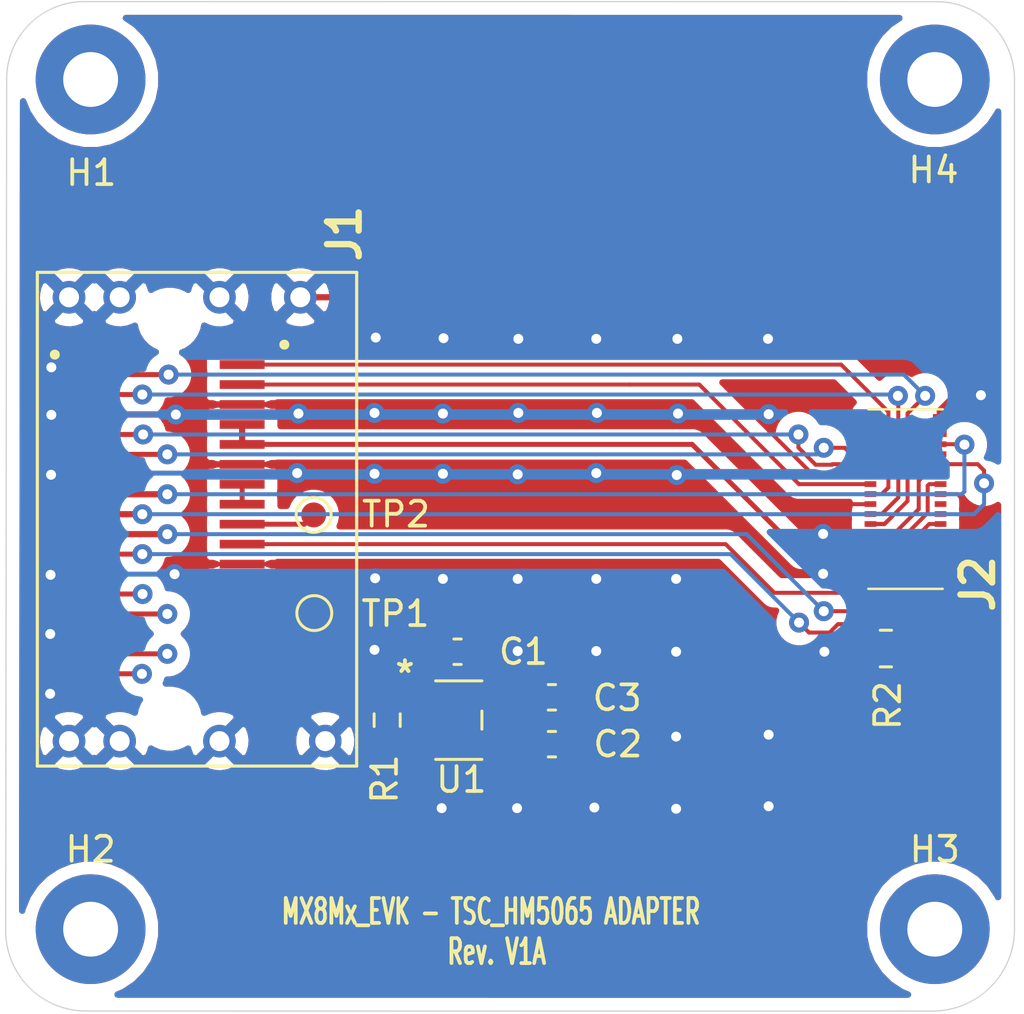
<source format=kicad_pcb>
(kicad_pcb (version 20171130) (host pcbnew 5.1.10-88a1d61d58~88~ubuntu18.04.1)

  (general
    (thickness 1.6)
    (drawings 9)
    (tracks 337)
    (zones 0)
    (modules 14)
    (nets 28)
  )

  (page A4)
  (layers
    (0 F.Cu signal)
    (31 B.Cu signal)
    (32 B.Adhes user)
    (33 F.Adhes user)
    (34 B.Paste user)
    (35 F.Paste user)
    (36 B.SilkS user)
    (37 F.SilkS user)
    (38 B.Mask user)
    (39 F.Mask user)
    (40 Dwgs.User user)
    (41 Cmts.User user)
    (42 Eco1.User user)
    (43 Eco2.User user)
    (44 Edge.Cuts user)
    (45 Margin user)
    (46 B.CrtYd user)
    (47 F.CrtYd user)
    (48 B.Fab user)
    (49 F.Fab user)
  )

  (setup
    (last_trace_width 0.25)
    (user_trace_width 0.16)
    (user_trace_width 0.2)
    (user_trace_width 0.3)
    (user_trace_width 0.35)
    (trace_clearance 0.2)
    (zone_clearance 0.508)
    (zone_45_only no)
    (trace_min 0.16)
    (via_size 0.8)
    (via_drill 0.4)
    (via_min_size 0.4)
    (via_min_drill 0.3)
    (uvia_size 0.3)
    (uvia_drill 0.1)
    (uvias_allowed no)
    (uvia_min_size 0.2)
    (uvia_min_drill 0.1)
    (edge_width 0.05)
    (segment_width 0.2)
    (pcb_text_width 0.3)
    (pcb_text_size 1.5 1.5)
    (mod_edge_width 0.12)
    (mod_text_size 1 1)
    (mod_text_width 0.15)
    (pad_size 4.4 4.4)
    (pad_drill 2.2)
    (pad_to_mask_clearance 0)
    (aux_axis_origin 0 0)
    (visible_elements FFFFFF7F)
    (pcbplotparams
      (layerselection 0x010f0_ffffffff)
      (usegerberextensions false)
      (usegerberattributes true)
      (usegerberadvancedattributes true)
      (creategerberjobfile true)
      (excludeedgelayer true)
      (linewidth 0.100000)
      (plotframeref false)
      (viasonmask false)
      (mode 1)
      (useauxorigin false)
      (hpglpennumber 1)
      (hpglpenspeed 20)
      (hpglpendiameter 15.000000)
      (psnegative false)
      (psa4output false)
      (plotreference true)
      (plotvalue true)
      (plotinvisibletext false)
      (padsonsilk false)
      (subtractmaskfromsilk false)
      (outputformat 1)
      (mirror false)
      (drillshape 0)
      (scaleselection 1)
      (outputdirectory "prod/V1A/"))
  )

  (net 0 "")
  (net 1 GND)
  (net 2 /CSI_nRST_1V8)
  (net 3 /CSI_PWDN_1V8)
  (net 4 +5V)
  (net 5 /CSI_SYNC_1V8)
  (net 6 /+12V)
  (net 7 /+3V3)
  (net 8 /CSI_MCLK_1V8)
  (net 9 /I2C_SDA_1V8)
  (net 10 /I2C_SCL_1V8)
  (net 11 +1V8)
  (net 12 +2V8)
  (net 13 "Net-(C2-Pad1)")
  (net 14 "Net-(R1-Pad2)")
  (net 15 /CSI_D0_N)
  (net 16 "Net-(J2-Pad9)")
  (net 17 /CSI_D0_P)
  (net 18 "Net-(J2-Pad11)")
  (net 19 /CSI_CLK_N)
  (net 20 /CSI_CLK_P)
  (net 21 /CSI_D1_N)
  (net 22 /CSI_D1_P)
  (net 23 /CSI_D2_N)
  (net 24 /CSI_D2_P)
  (net 25 /CSI_D3_N)
  (net 26 /CSI_D3_P)
  (net 27 /AF-2V8)

  (net_class Default "This is the default net class."
    (clearance 0.2)
    (trace_width 0.25)
    (via_dia 0.8)
    (via_drill 0.4)
    (uvia_dia 0.3)
    (uvia_drill 0.1)
    (add_net +1V8)
    (add_net +2V8)
    (add_net +5V)
    (add_net /+12V)
    (add_net /+3V3)
    (add_net /AF-2V8)
    (add_net /CSI_CLK_N)
    (add_net /CSI_CLK_P)
    (add_net /CSI_D0_N)
    (add_net /CSI_D0_P)
    (add_net /CSI_D1_N)
    (add_net /CSI_D1_P)
    (add_net /CSI_D2_N)
    (add_net /CSI_D2_P)
    (add_net /CSI_D3_N)
    (add_net /CSI_D3_P)
    (add_net /CSI_MCLK_1V8)
    (add_net /CSI_PWDN_1V8)
    (add_net /CSI_SYNC_1V8)
    (add_net /CSI_nRST_1V8)
    (add_net /I2C_SCL_1V8)
    (add_net /I2C_SDA_1V8)
    (add_net GND)
    (add_net "Net-(C2-Pad1)")
    (add_net "Net-(J2-Pad11)")
    (add_net "Net-(J2-Pad9)")
    (add_net "Net-(R1-Pad2)")
  )

  (module footprints:BM10NB0824DS04V51 (layer F.Cu) (tedit 0) (tstamp 6273B744)
    (at 138.3792 95.9866 90)
    (descr "BM10NB(0.8)-24DS-0.4V(51)")
    (tags Connector)
    (path /6273C934)
    (attr smd)
    (fp_text reference J2 (at -3.4036 2.8956 90) (layer F.SilkS)
      (effects (font (size 1.27 1.27) (thickness 0.254)))
    )
    (fp_text value BM10NB_0.8_-24DS-0.4V_51_ (at 0 0 90) (layer F.SilkS) hide
      (effects (font (size 1.27 1.27) (thickness 0.254)))
    )
    (fp_line (start -3.6 -1.49) (end 3.6 -1.49) (layer F.Fab) (width 0.2))
    (fp_line (start 3.6 -1.49) (end 3.6 1.49) (layer F.Fab) (width 0.2))
    (fp_line (start 3.6 1.49) (end -3.6 1.49) (layer F.Fab) (width 0.2))
    (fp_line (start -3.6 1.49) (end -3.6 -1.49) (layer F.Fab) (width 0.2))
    (fp_line (start -4.6 -2.65) (end 4.6 -2.65) (layer F.CrtYd) (width 0.1))
    (fp_line (start 4.6 -2.65) (end 4.6 2.65) (layer F.CrtYd) (width 0.1))
    (fp_line (start 4.6 2.65) (end -4.6 2.65) (layer F.CrtYd) (width 0.1))
    (fp_line (start -4.6 2.65) (end -4.6 -2.65) (layer F.CrtYd) (width 0.1))
    (fp_line (start -3.6 -1.49) (end -3.6 1.49) (layer F.SilkS) (width 0.1))
    (fp_line (start 3.6 -1.49) (end 3.6 1.49) (layer F.SilkS) (width 0.1))
    (fp_text user %R (at -3.4036 2.8956 90) (layer F.Fab)
      (effects (font (size 1.27 1.27) (thickness 0.254)))
    )
    (pad 28 smd rect (at 2.95 -1.375 180) (size 0.55 0.92) (layers F.Cu F.Paste F.Mask)
      (net 1 GND))
    (pad 27 smd rect (at 2.95 1.375 180) (size 0.55 0.92) (layers F.Cu F.Paste F.Mask)
      (net 1 GND))
    (pad 26 smd rect (at -2.95 1.375 180) (size 0.55 0.92) (layers F.Cu F.Paste F.Mask)
      (net 1 GND))
    (pad 25 smd rect (at -2.95 -1.375 180) (size 0.55 0.92) (layers F.Cu F.Paste F.Mask)
      (net 1 GND))
    (pad 24 smd rect (at 2.2 -1.405 90) (size 0.23 0.47) (layers F.Cu F.Paste F.Mask)
      (net 1 GND))
    (pad 23 smd rect (at 2.2 1.405 90) (size 0.23 0.47) (layers F.Cu F.Paste F.Mask)
      (net 8 /CSI_MCLK_1V8))
    (pad 22 smd rect (at 1.8 -1.405 90) (size 0.23 0.47) (layers F.Cu F.Paste F.Mask)
      (net 22 /CSI_D1_P))
    (pad 21 smd rect (at 1.8 1.405 90) (size 0.23 0.47) (layers F.Cu F.Paste F.Mask)
      (net 1 GND))
    (pad 20 smd rect (at 1.4 -1.405 90) (size 0.23 0.47) (layers F.Cu F.Paste F.Mask)
      (net 21 /CSI_D1_N))
    (pad 19 smd rect (at 1.4 1.405 90) (size 0.23 0.47) (layers F.Cu F.Paste F.Mask)
      (net 2 /CSI_nRST_1V8))
    (pad 18 smd rect (at 1 -1.405 90) (size 0.23 0.47) (layers F.Cu F.Paste F.Mask)
      (net 1 GND))
    (pad 17 smd rect (at 1 1.405 90) (size 0.23 0.47) (layers F.Cu F.Paste F.Mask)
      (net 9 /I2C_SDA_1V8))
    (pad 16 smd rect (at 0.6 -1.405 90) (size 0.23 0.47) (layers F.Cu F.Paste F.Mask)
      (net 20 /CSI_CLK_P))
    (pad 15 smd rect (at 0.6 1.405 90) (size 0.23 0.47) (layers F.Cu F.Paste F.Mask)
      (net 10 /I2C_SCL_1V8))
    (pad 14 smd rect (at 0.2 -1.405 90) (size 0.23 0.47) (layers F.Cu F.Paste F.Mask)
      (net 19 /CSI_CLK_N))
    (pad 13 smd rect (at 0.2 1.405 90) (size 0.23 0.47) (layers F.Cu F.Paste F.Mask)
      (net 1 GND))
    (pad 12 smd rect (at -0.2 -1.405 90) (size 0.23 0.47) (layers F.Cu F.Paste F.Mask)
      (net 1 GND))
    (pad 11 smd rect (at -0.2 1.405 90) (size 0.23 0.47) (layers F.Cu F.Paste F.Mask)
      (net 18 "Net-(J2-Pad11)"))
    (pad 10 smd rect (at -0.6 -1.405 90) (size 0.23 0.47) (layers F.Cu F.Paste F.Mask)
      (net 17 /CSI_D0_P))
    (pad 9 smd rect (at -0.6 1.405 90) (size 0.23 0.47) (layers F.Cu F.Paste F.Mask)
      (net 16 "Net-(J2-Pad9)"))
    (pad 8 smd rect (at -1 -1.405 90) (size 0.23 0.47) (layers F.Cu F.Paste F.Mask)
      (net 15 /CSI_D0_N))
    (pad 7 smd rect (at -1 1.405 90) (size 0.23 0.47) (layers F.Cu F.Paste F.Mask)
      (net 27 /AF-2V8))
    (pad 6 smd rect (at -1.4 -1.405 90) (size 0.23 0.47) (layers F.Cu F.Paste F.Mask)
      (net 1 GND))
    (pad 5 smd rect (at -1.4 1.405 90) (size 0.23 0.47) (layers F.Cu F.Paste F.Mask)
      (net 1 GND))
    (pad 4 smd rect (at -1.8 -1.405 90) (size 0.23 0.47) (layers F.Cu F.Paste F.Mask)
      (net 3 /CSI_PWDN_1V8))
    (pad 3 smd rect (at -1.8 1.405 90) (size 0.23 0.47) (layers F.Cu F.Paste F.Mask)
      (net 12 +2V8))
    (pad 2 smd rect (at -2.2 -1.405 90) (size 0.23 0.47) (layers F.Cu F.Paste F.Mask)
      (net 11 +1V8))
    (pad 1 smd rect (at -2.2 1.405 90) (size 0.23 0.47) (layers F.Cu F.Paste F.Mask)
      (net 1 GND))
    (model "${KIPRJMOD}/3d_models/BM10NB(0.8)-24DS-0.4V.stp"
      (at (xyz 0 0 0))
      (scale (xyz 1 1 1))
      (rotate (xyz 0 0 0))
    )
  )

  (module footprints:MIC5259-2.8YD5-TR (layer F.Cu) (tedit 0) (tstamp 6273BC3F)
    (at 120.4722 104.8512)
    (path /628912D6)
    (fp_text reference U1 (at 0.1016 2.3876) (layer F.SilkS)
      (effects (font (size 1 1) (thickness 0.15)))
    )
    (fp_text value MIC5259-2.8YD5-TR (at 4.1656 2.7432) (layer F.SilkS) hide
      (effects (font (size 1 1) (thickness 0.15)))
    )
    (fp_line (start 1.0541 1.7018) (end -1.0541 1.7018) (layer F.CrtYd) (width 0.05))
    (fp_line (start 1.0541 1.331) (end 1.0541 1.7018) (layer F.CrtYd) (width 0.05))
    (fp_line (start 1.905 1.331) (end 1.0541 1.331) (layer F.CrtYd) (width 0.05))
    (fp_line (start 1.905 -1.331) (end 1.905 1.331) (layer F.CrtYd) (width 0.05))
    (fp_line (start 1.0541 -1.331) (end 1.905 -1.331) (layer F.CrtYd) (width 0.05))
    (fp_line (start 1.0541 -1.7018) (end 1.0541 -1.331) (layer F.CrtYd) (width 0.05))
    (fp_line (start -1.0541 -1.7018) (end 1.0541 -1.7018) (layer F.CrtYd) (width 0.05))
    (fp_line (start -1.0541 -1.331) (end -1.0541 -1.7018) (layer F.CrtYd) (width 0.05))
    (fp_line (start -1.905 -1.331) (end -1.0541 -1.331) (layer F.CrtYd) (width 0.05))
    (fp_line (start -1.905 1.331) (end -1.905 -1.331) (layer F.CrtYd) (width 0.05))
    (fp_line (start -1.0541 1.331) (end -1.905 1.331) (layer F.CrtYd) (width 0.05))
    (fp_line (start -1.0541 1.7018) (end -1.0541 1.331) (layer F.CrtYd) (width 0.05))
    (fp_line (start -0.8001 -1.4478) (end -0.8001 1.4478) (layer F.Fab) (width 0.1))
    (fp_line (start 0.8001 -1.4478) (end -0.8001 -1.4478) (layer F.Fab) (width 0.1))
    (fp_line (start 0.8001 1.4478) (end 0.8001 -1.4478) (layer F.Fab) (width 0.1))
    (fp_line (start -0.8001 1.4478) (end 0.8001 1.4478) (layer F.Fab) (width 0.1))
    (fp_line (start 0.9271 -1.5748) (end -0.9271 -1.5748) (layer F.SilkS) (width 0.12))
    (fp_line (start 0.9271 0.363261) (end 0.9271 -0.363261) (layer F.SilkS) (width 0.12))
    (fp_line (start -0.9271 1.5748) (end 0.9271 1.5748) (layer F.SilkS) (width 0.12))
    (fp_line (start -0.635 3.2258) (end -0.635 3.4798) (layer Cmts.User) (width 0.1))
    (fp_line (start -0.889 3.3528) (end -0.635 3.4798) (layer Cmts.User) (width 0.1))
    (fp_line (start -0.889 3.3528) (end -0.635 3.2258) (layer Cmts.User) (width 0.1))
    (fp_line (start -1.651 3.2258) (end -1.651 3.4798) (layer Cmts.User) (width 0.1))
    (fp_line (start -1.397 3.3528) (end -1.651 3.4798) (layer Cmts.User) (width 0.1))
    (fp_line (start -1.397 3.3528) (end -1.651 3.2258) (layer Cmts.User) (width 0.1))
    (fp_line (start -0.889 3.3528) (end 0.381 3.3528) (layer Cmts.User) (width 0.1))
    (fp_line (start -1.397 3.3528) (end -2.667 3.3528) (layer Cmts.User) (width 0.1))
    (fp_line (start -0.889 0) (end -0.889 3.7338) (layer Cmts.User) (width 0.1))
    (fp_line (start -1.397 0) (end -1.397 3.7338) (layer Cmts.User) (width 0.1))
    (fp_line (start 3.68935 1.204) (end 3.94335 1.204) (layer Cmts.User) (width 0.1))
    (fp_line (start 3.81635 0.95) (end 3.94335 1.204) (layer Cmts.User) (width 0.1))
    (fp_line (start 3.81635 0.95) (end 3.68935 1.204) (layer Cmts.User) (width 0.1))
    (fp_line (start 3.68935 -1.204) (end 3.94335 -1.204) (layer Cmts.User) (width 0.1))
    (fp_line (start 3.81635 -0.95) (end 3.94335 -1.204) (layer Cmts.User) (width 0.1))
    (fp_line (start 3.81635 -0.95) (end 3.68935 -1.204) (layer Cmts.User) (width 0.1))
    (fp_line (start 3.81635 0.95) (end 3.81635 2.22) (layer Cmts.User) (width 0.1))
    (fp_line (start 3.81635 -0.95) (end 3.81635 -2.22) (layer Cmts.User) (width 0.1))
    (fp_line (start 1.27635 0.95) (end 4.19735 0.95) (layer Cmts.User) (width 0.1))
    (fp_line (start 1.27635 -0.95) (end 4.19735 -0.95) (layer Cmts.User) (width 0.1))
    (fp_line (start -3.94335 0.254) (end -3.68935 0.254) (layer Cmts.User) (width 0.1))
    (fp_line (start -3.81635 0) (end -3.68935 0.254) (layer Cmts.User) (width 0.1))
    (fp_line (start -3.81635 0) (end -3.94335 0.254) (layer Cmts.User) (width 0.1))
    (fp_line (start -3.94335 -1.204) (end -3.68935 -1.204) (layer Cmts.User) (width 0.1))
    (fp_line (start -3.81635 -0.95) (end -3.68935 -1.204) (layer Cmts.User) (width 0.1))
    (fp_line (start -3.81635 -0.95) (end -3.94335 -1.204) (layer Cmts.User) (width 0.1))
    (fp_line (start -3.81635 0) (end -3.81635 1.27) (layer Cmts.User) (width 0.1))
    (fp_line (start -3.81635 -0.95) (end -3.81635 -2.22) (layer Cmts.User) (width 0.1))
    (fp_line (start -1.27635 0) (end -4.19735 0) (layer Cmts.User) (width 0.1))
    (fp_line (start -1.27635 -0.95) (end -4.19735 -0.95) (layer Cmts.User) (width 0.1))
    (fp_line (start 8.2931 1.7018) (end 8.5471 1.7018) (layer Cmts.User) (width 0.1))
    (fp_line (start 8.4201 1.4478) (end 8.5471 1.7018) (layer Cmts.User) (width 0.1))
    (fp_line (start 8.4201 1.4478) (end 8.2931 1.7018) (layer Cmts.User) (width 0.1))
    (fp_line (start 8.2931 -1.7018) (end 8.5471 -1.7018) (layer Cmts.User) (width 0.1))
    (fp_line (start 8.4201 -1.4478) (end 8.5471 -1.7018) (layer Cmts.User) (width 0.1))
    (fp_line (start 8.4201 -1.4478) (end 8.2931 -1.7018) (layer Cmts.User) (width 0.1))
    (fp_line (start 8.4201 1.4478) (end 8.4201 2.7178) (layer Cmts.User) (width 0.1))
    (fp_line (start 8.4201 -1.4478) (end 8.4201 -2.7178) (layer Cmts.User) (width 0.1))
    (fp_line (start 0 1.4478) (end 8.8011 1.4478) (layer Cmts.User) (width 0.1))
    (fp_line (start 0 -1.4478) (end 8.8011 -1.4478) (layer Cmts.User) (width 0.1))
    (fp_line (start 1.651 -5.3848) (end 1.651 -5.1308) (layer Cmts.User) (width 0.1))
    (fp_line (start 1.397 -5.2578) (end 1.651 -5.1308) (layer Cmts.User) (width 0.1))
    (fp_line (start 1.397 -5.2578) (end 1.651 -5.3848) (layer Cmts.User) (width 0.1))
    (fp_line (start -1.651 -5.3848) (end -1.651 -5.1308) (layer Cmts.User) (width 0.1))
    (fp_line (start -1.397 -5.2578) (end -1.651 -5.1308) (layer Cmts.User) (width 0.1))
    (fp_line (start -1.397 -5.2578) (end -1.651 -5.3848) (layer Cmts.User) (width 0.1))
    (fp_line (start 1.397 -5.2578) (end 2.667 -5.2578) (layer Cmts.User) (width 0.1))
    (fp_line (start -1.397 -5.2578) (end -2.667 -5.2578) (layer Cmts.User) (width 0.1))
    (fp_line (start 1.397 0) (end 1.397 -5.6388) (layer Cmts.User) (width 0.1))
    (fp_line (start -1.397 0) (end -1.397 -5.6388) (layer Cmts.User) (width 0.1))
    (fp_line (start 1.0541 -3.4798) (end 1.0541 -3.2258) (layer Cmts.User) (width 0.1))
    (fp_line (start 0.8001 -3.3528) (end 1.0541 -3.2258) (layer Cmts.User) (width 0.1))
    (fp_line (start 0.8001 -3.3528) (end 1.0541 -3.4798) (layer Cmts.User) (width 0.1))
    (fp_line (start -1.0541 -3.4798) (end -1.0541 -3.2258) (layer Cmts.User) (width 0.1))
    (fp_line (start -0.8001 -3.3528) (end -1.0541 -3.2258) (layer Cmts.User) (width 0.1))
    (fp_line (start -0.8001 -3.3528) (end -1.0541 -3.4798) (layer Cmts.User) (width 0.1))
    (fp_line (start 0.8001 -3.3528) (end 2.0701 -3.3528) (layer Cmts.User) (width 0.1))
    (fp_line (start -0.8001 -3.3528) (end -2.0701 -3.3528) (layer Cmts.User) (width 0.1))
    (fp_line (start 0.8001 0) (end 0.8001 -3.7338) (layer Cmts.User) (width 0.1))
    (fp_line (start -0.8001 0) (end -0.8001 -3.7338) (layer Cmts.User) (width 0.1))
    (fp_line (start 1.0541 1.7018) (end -1.0541 1.7018) (layer F.CrtYd) (width 0.05))
    (fp_line (start 1.0541 1.331) (end 1.0541 1.7018) (layer F.CrtYd) (width 0.05))
    (fp_line (start 1.905 1.331) (end 1.0541 1.331) (layer F.CrtYd) (width 0.05))
    (fp_line (start 1.905 -1.331) (end 1.905 1.331) (layer F.CrtYd) (width 0.05))
    (fp_line (start 1.0541 -1.331) (end 1.905 -1.331) (layer F.CrtYd) (width 0.05))
    (fp_line (start 1.0541 -1.7018) (end 1.0541 -1.331) (layer F.CrtYd) (width 0.05))
    (fp_line (start -1.0541 -1.7018) (end 1.0541 -1.7018) (layer F.CrtYd) (width 0.05))
    (fp_line (start -1.0541 -1.331) (end -1.0541 -1.7018) (layer F.CrtYd) (width 0.05))
    (fp_line (start -1.905 -1.331) (end -1.0541 -1.331) (layer F.CrtYd) (width 0.05))
    (fp_line (start -1.905 1.331) (end -1.905 -1.331) (layer F.CrtYd) (width 0.05))
    (fp_line (start -1.0541 1.331) (end -1.905 1.331) (layer F.CrtYd) (width 0.05))
    (fp_line (start -1.0541 1.7018) (end -1.0541 1.331) (layer F.CrtYd) (width 0.05))
    (fp_line (start 1.397 -1.204) (end 0.8001 -1.204) (layer F.Fab) (width 0.1))
    (fp_line (start 1.397 -0.696) (end 1.397 -1.204) (layer F.Fab) (width 0.1))
    (fp_line (start 0.8001 -0.696) (end 1.397 -0.696) (layer F.Fab) (width 0.1))
    (fp_line (start 0.8001 -1.204) (end 0.8001 -0.696) (layer F.Fab) (width 0.1))
    (fp_line (start 1.397 0.696) (end 0.8001 0.696) (layer F.Fab) (width 0.1))
    (fp_line (start 1.397 1.204) (end 1.397 0.696) (layer F.Fab) (width 0.1))
    (fp_line (start 0.8001 1.204) (end 1.397 1.204) (layer F.Fab) (width 0.1))
    (fp_line (start 0.8001 0.696) (end 0.8001 1.204) (layer F.Fab) (width 0.1))
    (fp_line (start -1.397 1.204) (end -0.8001 1.204) (layer F.Fab) (width 0.1))
    (fp_line (start -1.397 0.696) (end -1.397 1.204) (layer F.Fab) (width 0.1))
    (fp_line (start -0.8001 0.696) (end -1.397 0.696) (layer F.Fab) (width 0.1))
    (fp_line (start -0.8001 1.204) (end -0.8001 0.696) (layer F.Fab) (width 0.1))
    (fp_line (start -1.397 0.254) (end -0.8001 0.254) (layer F.Fab) (width 0.1))
    (fp_line (start -1.397 -0.254) (end -1.397 0.254) (layer F.Fab) (width 0.1))
    (fp_line (start -0.8001 -0.254) (end -1.397 -0.254) (layer F.Fab) (width 0.1))
    (fp_line (start -0.8001 0.254) (end -0.8001 -0.254) (layer F.Fab) (width 0.1))
    (fp_line (start -1.397 -0.696) (end -0.8001 -0.696) (layer F.Fab) (width 0.1))
    (fp_line (start -1.397 -1.204) (end -1.397 -0.696) (layer F.Fab) (width 0.1))
    (fp_line (start -0.8001 -1.204) (end -1.397 -1.204) (layer F.Fab) (width 0.1))
    (fp_line (start -0.8001 -0.696) (end -0.8001 -1.204) (layer F.Fab) (width 0.1))
    (fp_arc (start 0 -1.4478) (end -0.3048 -1.4478) (angle -180) (layer F.Fab) (width 0.1))
    (fp_text user * (at -2.159 -1.8542) (layer F.SilkS)
      (effects (font (size 1 1) (thickness 0.15)))
    )
    (fp_text user * (at -0.5461 -1.5088) (layer F.Fab)
      (effects (font (size 1 1) (thickness 0.15)))
    )
    (fp_text user 0.038in/0.952mm (at -1.27635 3.8608) (layer Cmts.User)
      (effects (font (size 1 1) (thickness 0.15)))
    )
    (fp_text user 0.1in/2.553mm (at 0 -3.8608) (layer Cmts.User)
      (effects (font (size 1 1) (thickness 0.15)))
    )
    (fp_text user 0.02in/0.508mm (at 4.32435 -0.95) (layer Cmts.User)
      (effects (font (size 1 1) (thickness 0.15)))
    )
    (fp_text user 0in/0mm (at -4.32435 0) (layer Cmts.User)
      (effects (font (size 1 1) (thickness 0.15)))
    )
    (fp_text user * (at -0.5461 -1.5088) (layer F.Fab)
      (effects (font (size 1 1) (thickness 0.15)))
    )
    (fp_text user * (at -2.159 -1.8542) (layer F.SilkS)
      (effects (font (size 1 1) (thickness 0.15)))
    )
    (fp_text user "Copyright 2021 Accelerated Designs. All rights reserved." (at 0 0) (layer Cmts.User)
      (effects (font (size 0.127 0.127) (thickness 0.002)))
    )
    (pad 5 smd rect (at 1.27635 -0.950001) (size 0.9525 0.508) (layers F.Cu F.Paste F.Mask)
      (net 12 +2V8))
    (pad 4 smd rect (at 1.27635 0.950001) (size 0.9525 0.508) (layers F.Cu F.Paste F.Mask)
      (net 13 "Net-(C2-Pad1)"))
    (pad 3 smd rect (at -1.27635 0.950001) (size 0.9525 0.508) (layers F.Cu F.Paste F.Mask)
      (net 14 "Net-(R1-Pad2)"))
    (pad 2 smd rect (at -1.27635 0) (size 0.9525 0.508) (layers F.Cu F.Paste F.Mask)
      (net 1 GND))
    (pad 1 smd rect (at -1.27635 -0.950001) (size 0.9525 0.508) (layers F.Cu F.Paste F.Mask)
      (net 4 +5V))
    (model ${KIPRJMOD}/3d_models/TSOT-23-5_D5_MCH.step
      (at (xyz 0 0 0))
      (scale (xyz 1 1 1))
      (rotate (xyz 0 0 0))
    )
  )

  (module Resistor_SMD:R_0805_2012Metric_Pad1.20x1.40mm_HandSolder (layer F.Cu) (tedit 5F68FEEE) (tstamp 6273BB77)
    (at 137.5918 101.981)
    (descr "Resistor SMD 0805 (2012 Metric), square (rectangular) end terminal, IPC_7351 nominal with elongated pad for handsoldering. (Body size source: IPC-SM-782 page 72, https://www.pcb-3d.com/wordpress/wp-content/uploads/ipc-sm-782a_amendment_1_and_2.pdf), generated with kicad-footprint-generator")
    (tags "resistor handsolder")
    (path /62900778)
    (attr smd)
    (fp_text reference R2 (at 0.0762 2.286 90) (layer F.SilkS)
      (effects (font (size 1 1) (thickness 0.15)))
    )
    (fp_text value 0 (at 0 1.65) (layer F.Fab)
      (effects (font (size 1 1) (thickness 0.15)))
    )
    (fp_line (start 1.85 0.95) (end -1.85 0.95) (layer F.CrtYd) (width 0.05))
    (fp_line (start 1.85 -0.95) (end 1.85 0.95) (layer F.CrtYd) (width 0.05))
    (fp_line (start -1.85 -0.95) (end 1.85 -0.95) (layer F.CrtYd) (width 0.05))
    (fp_line (start -1.85 0.95) (end -1.85 -0.95) (layer F.CrtYd) (width 0.05))
    (fp_line (start -0.227064 0.735) (end 0.227064 0.735) (layer F.SilkS) (width 0.12))
    (fp_line (start -0.227064 -0.735) (end 0.227064 -0.735) (layer F.SilkS) (width 0.12))
    (fp_line (start 1 0.625) (end -1 0.625) (layer F.Fab) (width 0.1))
    (fp_line (start 1 -0.625) (end 1 0.625) (layer F.Fab) (width 0.1))
    (fp_line (start -1 -0.625) (end 1 -0.625) (layer F.Fab) (width 0.1))
    (fp_line (start -1 0.625) (end -1 -0.625) (layer F.Fab) (width 0.1))
    (fp_text user %R (at 0 0) (layer F.Fab)
      (effects (font (size 0.5 0.5) (thickness 0.08)))
    )
    (pad 2 smd roundrect (at 1 0) (size 1.2 1.4) (layers F.Cu F.Paste F.Mask) (roundrect_rratio 0.208333)
      (net 12 +2V8))
    (pad 1 smd roundrect (at -1 0) (size 1.2 1.4) (layers F.Cu F.Paste F.Mask) (roundrect_rratio 0.208333)
      (net 27 /AF-2V8))
    (model ${KISYS3DMOD}/Resistor_SMD.3dshapes/R_0805_2012Metric.wrl
      (at (xyz 0 0 0))
      (scale (xyz 1 1 1))
      (rotate (xyz 0 0 0))
    )
  )

  (module Resistor_SMD:R_0603_1608Metric_Pad0.98x0.95mm_HandSolder (layer F.Cu) (tedit 5F68FEEE) (tstamp 6273BB66)
    (at 117.602 104.8531 270)
    (descr "Resistor SMD 0603 (1608 Metric), square (rectangular) end terminal, IPC_7351 nominal with elongated pad for handsoldering. (Body size source: IPC-SM-782 page 72, https://www.pcb-3d.com/wordpress/wp-content/uploads/ipc-sm-782a_amendment_1_and_2.pdf), generated with kicad-footprint-generator")
    (tags "resistor handsolder")
    (path /628E523C)
    (attr smd)
    (fp_text reference R1 (at 2.3603 0.1016 90) (layer F.SilkS)
      (effects (font (size 1 1) (thickness 0.15)))
    )
    (fp_text value 3K3 (at 0 1.43 90) (layer F.Fab)
      (effects (font (size 1 1) (thickness 0.15)))
    )
    (fp_line (start 1.65 0.73) (end -1.65 0.73) (layer F.CrtYd) (width 0.05))
    (fp_line (start 1.65 -0.73) (end 1.65 0.73) (layer F.CrtYd) (width 0.05))
    (fp_line (start -1.65 -0.73) (end 1.65 -0.73) (layer F.CrtYd) (width 0.05))
    (fp_line (start -1.65 0.73) (end -1.65 -0.73) (layer F.CrtYd) (width 0.05))
    (fp_line (start -0.254724 0.5225) (end 0.254724 0.5225) (layer F.SilkS) (width 0.12))
    (fp_line (start -0.254724 -0.5225) (end 0.254724 -0.5225) (layer F.SilkS) (width 0.12))
    (fp_line (start 0.8 0.4125) (end -0.8 0.4125) (layer F.Fab) (width 0.1))
    (fp_line (start 0.8 -0.4125) (end 0.8 0.4125) (layer F.Fab) (width 0.1))
    (fp_line (start -0.8 -0.4125) (end 0.8 -0.4125) (layer F.Fab) (width 0.1))
    (fp_line (start -0.8 0.4125) (end -0.8 -0.4125) (layer F.Fab) (width 0.1))
    (fp_text user %R (at 0 0 90) (layer F.Fab)
      (effects (font (size 0.4 0.4) (thickness 0.06)))
    )
    (pad 2 smd roundrect (at 0.9125 0 270) (size 0.975 0.95) (layers F.Cu F.Paste F.Mask) (roundrect_rratio 0.25)
      (net 14 "Net-(R1-Pad2)"))
    (pad 1 smd roundrect (at -0.9125 0 270) (size 0.975 0.95) (layers F.Cu F.Paste F.Mask) (roundrect_rratio 0.25)
      (net 4 +5V))
    (model ${KISYS3DMOD}/Resistor_SMD.3dshapes/R_0603_1608Metric.wrl
      (at (xyz 0 0 0))
      (scale (xyz 1 1 1))
      (rotate (xyz 0 0 0))
    )
  )

  (module Capacitor_SMD:C_0603_1608Metric_Pad1.08x0.95mm_HandSolder (layer F.Cu) (tedit 5F68FEEF) (tstamp 6273BA1B)
    (at 124.206 103.9368)
    (descr "Capacitor SMD 0603 (1608 Metric), square (rectangular) end terminal, IPC_7351 nominal with elongated pad for handsoldering. (Body size source: IPC-SM-782 page 76, https://www.pcb-3d.com/wordpress/wp-content/uploads/ipc-sm-782a_amendment_1_and_2.pdf), generated with kicad-footprint-generator")
    (tags "capacitor handsolder")
    (path /628AB49A)
    (attr smd)
    (fp_text reference C3 (at 2.6162 0.0254) (layer F.SilkS)
      (effects (font (size 1 1) (thickness 0.15)))
    )
    (fp_text value 1.0uF (at 0 1.43) (layer F.Fab)
      (effects (font (size 1 1) (thickness 0.15)))
    )
    (fp_line (start 1.65 0.73) (end -1.65 0.73) (layer F.CrtYd) (width 0.05))
    (fp_line (start 1.65 -0.73) (end 1.65 0.73) (layer F.CrtYd) (width 0.05))
    (fp_line (start -1.65 -0.73) (end 1.65 -0.73) (layer F.CrtYd) (width 0.05))
    (fp_line (start -1.65 0.73) (end -1.65 -0.73) (layer F.CrtYd) (width 0.05))
    (fp_line (start -0.146267 0.51) (end 0.146267 0.51) (layer F.SilkS) (width 0.12))
    (fp_line (start -0.146267 -0.51) (end 0.146267 -0.51) (layer F.SilkS) (width 0.12))
    (fp_line (start 0.8 0.4) (end -0.8 0.4) (layer F.Fab) (width 0.1))
    (fp_line (start 0.8 -0.4) (end 0.8 0.4) (layer F.Fab) (width 0.1))
    (fp_line (start -0.8 -0.4) (end 0.8 -0.4) (layer F.Fab) (width 0.1))
    (fp_line (start -0.8 0.4) (end -0.8 -0.4) (layer F.Fab) (width 0.1))
    (fp_text user %R (at 0 0) (layer F.Fab)
      (effects (font (size 0.4 0.4) (thickness 0.06)))
    )
    (pad 2 smd roundrect (at 0.8625 0) (size 1.075 0.95) (layers F.Cu F.Paste F.Mask) (roundrect_rratio 0.25)
      (net 1 GND))
    (pad 1 smd roundrect (at -0.8625 0) (size 1.075 0.95) (layers F.Cu F.Paste F.Mask) (roundrect_rratio 0.25)
      (net 12 +2V8))
    (model ${KISYS3DMOD}/Capacitor_SMD.3dshapes/C_0603_1608Metric.wrl
      (at (xyz 0 0 0))
      (scale (xyz 1 1 1))
      (rotate (xyz 0 0 0))
    )
  )

  (module Capacitor_SMD:C_0603_1608Metric_Pad1.08x0.95mm_HandSolder (layer F.Cu) (tedit 5F68FEEF) (tstamp 6273BA0A)
    (at 124.206 105.8164)
    (descr "Capacitor SMD 0603 (1608 Metric), square (rectangular) end terminal, IPC_7351 nominal with elongated pad for handsoldering. (Body size source: IPC-SM-782 page 76, https://www.pcb-3d.com/wordpress/wp-content/uploads/ipc-sm-782a_amendment_1_and_2.pdf), generated with kicad-footprint-generator")
    (tags "capacitor handsolder")
    (path /628ABACA)
    (attr smd)
    (fp_text reference C2 (at 2.6416 0) (layer F.SilkS)
      (effects (font (size 1 1) (thickness 0.15)))
    )
    (fp_text value 0.01uF (at 0 1.43) (layer F.Fab)
      (effects (font (size 1 1) (thickness 0.15)))
    )
    (fp_line (start 1.65 0.73) (end -1.65 0.73) (layer F.CrtYd) (width 0.05))
    (fp_line (start 1.65 -0.73) (end 1.65 0.73) (layer F.CrtYd) (width 0.05))
    (fp_line (start -1.65 -0.73) (end 1.65 -0.73) (layer F.CrtYd) (width 0.05))
    (fp_line (start -1.65 0.73) (end -1.65 -0.73) (layer F.CrtYd) (width 0.05))
    (fp_line (start -0.146267 0.51) (end 0.146267 0.51) (layer F.SilkS) (width 0.12))
    (fp_line (start -0.146267 -0.51) (end 0.146267 -0.51) (layer F.SilkS) (width 0.12))
    (fp_line (start 0.8 0.4) (end -0.8 0.4) (layer F.Fab) (width 0.1))
    (fp_line (start 0.8 -0.4) (end 0.8 0.4) (layer F.Fab) (width 0.1))
    (fp_line (start -0.8 -0.4) (end 0.8 -0.4) (layer F.Fab) (width 0.1))
    (fp_line (start -0.8 0.4) (end -0.8 -0.4) (layer F.Fab) (width 0.1))
    (fp_text user %R (at 0 0) (layer F.Fab)
      (effects (font (size 0.4 0.4) (thickness 0.06)))
    )
    (pad 2 smd roundrect (at 0.8625 0) (size 1.075 0.95) (layers F.Cu F.Paste F.Mask) (roundrect_rratio 0.25)
      (net 1 GND))
    (pad 1 smd roundrect (at -0.8625 0) (size 1.075 0.95) (layers F.Cu F.Paste F.Mask) (roundrect_rratio 0.25)
      (net 13 "Net-(C2-Pad1)"))
    (model ${KISYS3DMOD}/Capacitor_SMD.3dshapes/C_0603_1608Metric.wrl
      (at (xyz 0 0 0))
      (scale (xyz 1 1 1))
      (rotate (xyz 0 0 0))
    )
  )

  (module Capacitor_SMD:C_0603_1608Metric_Pad1.08x0.95mm_HandSolder (layer F.Cu) (tedit 5F68FEEF) (tstamp 6273B9F9)
    (at 120.4225 102.108)
    (descr "Capacitor SMD 0603 (1608 Metric), square (rectangular) end terminal, IPC_7351 nominal with elongated pad for handsoldering. (Body size source: IPC-SM-782 page 76, https://www.pcb-3d.com/wordpress/wp-content/uploads/ipc-sm-782a_amendment_1_and_2.pdf), generated with kicad-footprint-generator")
    (tags "capacitor handsolder")
    (path /628AAA07)
    (attr smd)
    (fp_text reference C1 (at 2.6405 0) (layer F.SilkS)
      (effects (font (size 1 1) (thickness 0.15)))
    )
    (fp_text value 1.0uF (at 0 1.43) (layer F.Fab)
      (effects (font (size 1 1) (thickness 0.15)))
    )
    (fp_line (start 1.65 0.73) (end -1.65 0.73) (layer F.CrtYd) (width 0.05))
    (fp_line (start 1.65 -0.73) (end 1.65 0.73) (layer F.CrtYd) (width 0.05))
    (fp_line (start -1.65 -0.73) (end 1.65 -0.73) (layer F.CrtYd) (width 0.05))
    (fp_line (start -1.65 0.73) (end -1.65 -0.73) (layer F.CrtYd) (width 0.05))
    (fp_line (start -0.146267 0.51) (end 0.146267 0.51) (layer F.SilkS) (width 0.12))
    (fp_line (start -0.146267 -0.51) (end 0.146267 -0.51) (layer F.SilkS) (width 0.12))
    (fp_line (start 0.8 0.4) (end -0.8 0.4) (layer F.Fab) (width 0.1))
    (fp_line (start 0.8 -0.4) (end 0.8 0.4) (layer F.Fab) (width 0.1))
    (fp_line (start -0.8 -0.4) (end 0.8 -0.4) (layer F.Fab) (width 0.1))
    (fp_line (start -0.8 0.4) (end -0.8 -0.4) (layer F.Fab) (width 0.1))
    (fp_text user %R (at 0 0) (layer F.Fab)
      (effects (font (size 0.4 0.4) (thickness 0.06)))
    )
    (pad 2 smd roundrect (at 0.8625 0) (size 1.075 0.95) (layers F.Cu F.Paste F.Mask) (roundrect_rratio 0.25)
      (net 1 GND))
    (pad 1 smd roundrect (at -0.8625 0) (size 1.075 0.95) (layers F.Cu F.Paste F.Mask) (roundrect_rratio 0.25)
      (net 4 +5V))
    (model ${KISYS3DMOD}/Capacitor_SMD.3dshapes/C_0603_1608Metric.wrl
      (at (xyz 0 0 0))
      (scale (xyz 1 1 1))
      (rotate (xyz 0 0 0))
    )
  )

  (module footprints:TE_1888863-4 (layer F.Cu) (tedit 5F360A12) (tstamp 60AB6FAC)
    (at 108.8794 96.7935 270)
    (path /60AAB188)
    (fp_text reference J1 (at -11.45458 -7.00556 90) (layer F.SilkS)
      (effects (font (size 1.27 1.27) (thickness 0.254)))
    )
    (fp_text value 1888863-4 (at -0.95 5.29 90) (layer F.Fab)
      (effects (font (size 1 1) (thickness 0.015)))
    )
    (fp_poly (pts (xy -9.15 -4.58) (xy -8.65 -4.58) (xy -8.65 -2.66) (xy -9.15 -2.66)) (layer Dwgs.User) (width 0.01))
    (fp_poly (pts (xy -9.15 -1.34) (xy -8.65 -1.34) (xy -8.65 1.34) (xy -9.15 1.34)) (layer Dwgs.User) (width 0.01))
    (fp_poly (pts (xy -9.15 2.66) (xy -8.65 2.66) (xy -8.65 3.37) (xy -9.15 3.37)) (layer Dwgs.User) (width 0.01))
    (fp_poly (pts (xy -9.15 4.69) (xy -8.65 4.69) (xy -8.65 5.3) (xy -9.15 5.3)) (layer Dwgs.User) (width 0.01))
    (fp_poly (pts (xy -9.15 -7.5) (xy -8.65 -7.5) (xy -8.65 -5.9) (xy -9.15 -5.9)) (layer Dwgs.User) (width 0.01))
    (fp_poly (pts (xy -9.15 -7.5) (xy -8.65 -7.5) (xy -8.65 -5.9) (xy -9.15 -5.9)) (layer Dwgs.User) (width 0.01))
    (fp_poly (pts (xy -9.15 -4.58) (xy -8.65 -4.58) (xy -8.65 -2.66) (xy -9.15 -2.66)) (layer Dwgs.User) (width 0.01))
    (fp_poly (pts (xy -9.15 -1.34) (xy -8.65 -1.34) (xy -8.65 1.34) (xy -9.15 1.34)) (layer Dwgs.User) (width 0.01))
    (fp_poly (pts (xy -9.15 2.66) (xy -8.65 2.66) (xy -8.65 3.37) (xy -9.15 3.37)) (layer Dwgs.User) (width 0.01))
    (fp_poly (pts (xy -9.15 4.69) (xy -8.65 4.69) (xy -8.65 5.3) (xy -9.15 5.3)) (layer Dwgs.User) (width 0.01))
    (fp_poly (pts (xy 8.65 -5.58) (xy 9.15 -5.58) (xy 9.15 -2.66) (xy 8.65 -2.66)) (layer Dwgs.User) (width 0.01))
    (fp_poly (pts (xy 8.65 -1.34) (xy 9.15 -1.34) (xy 9.15 1.34) (xy 8.65 1.34)) (layer Dwgs.User) (width 0.01))
    (fp_poly (pts (xy 8.65 2.66) (xy 9.15 2.66) (xy 9.15 3.37) (xy 8.65 3.37)) (layer Dwgs.User) (width 0.01))
    (fp_poly (pts (xy 8.65 4.69) (xy 9.15 4.69) (xy 9.15 5.3) (xy 8.65 5.3)) (layer Dwgs.User) (width 0.01))
    (fp_poly (pts (xy 8.65 -7.5) (xy 9.15 -7.5) (xy 9.15 -6.9) (xy 8.65 -6.9)) (layer Dwgs.User) (width 0.01))
    (fp_poly (pts (xy 8.65 -7.5) (xy 9.15 -7.5) (xy 9.15 -6.9) (xy 8.65 -6.9)) (layer Dwgs.User) (width 0.01))
    (fp_poly (pts (xy 8.65 -5.58) (xy 9.15 -5.58) (xy 9.15 -2.66) (xy 8.65 -2.66)) (layer Dwgs.User) (width 0.01))
    (fp_poly (pts (xy 8.65 -1.34) (xy 9.15 -1.34) (xy 9.15 1.34) (xy 8.65 1.34)) (layer Dwgs.User) (width 0.01))
    (fp_poly (pts (xy 8.65 2.66) (xy 9.15 2.66) (xy 9.15 3.37) (xy 8.65 3.37)) (layer Dwgs.User) (width 0.01))
    (fp_poly (pts (xy 8.65 4.69) (xy 9.15 4.69) (xy 9.15 5.3) (xy 8.65 5.3)) (layer Dwgs.User) (width 0.01))
    (fp_line (start -9.9 -7.5) (end 9.9 -7.5) (layer F.Fab) (width 0.127))
    (fp_line (start 9.9 -7.5) (end 9.9 5.3) (layer F.Fab) (width 0.127))
    (fp_line (start 9.9 5.3) (end -9.9 5.3) (layer F.Fab) (width 0.127))
    (fp_line (start -9.9 5.3) (end -9.9 -7.5) (layer F.Fab) (width 0.127))
    (fp_line (start -9.9 5.3) (end -9.9 -7.5) (layer F.SilkS) (width 0.127))
    (fp_line (start -9.9 -7.5) (end 9.9 -7.5) (layer F.SilkS) (width 0.127))
    (fp_line (start 9.9 -7.5) (end 9.9 5.3) (layer F.SilkS) (width 0.127))
    (fp_line (start 9.9 5.3) (end -9.9 5.3) (layer F.SilkS) (width 0.127))
    (fp_circle (center -6.6 4.6) (end -6.5 4.6) (layer F.SilkS) (width 0.2))
    (fp_circle (center -6.6 4.6) (end -6.5 4.6) (layer F.Fab) (width 0.2))
    (fp_circle (center -7 -4.6) (end -6.9 -4.6) (layer F.SilkS) (width 0.2))
    (fp_circle (center -7 -4.6) (end -6.9 -4.6) (layer F.Fab) (width 0.2))
    (fp_line (start -10.15 -7.75) (end 10.15 -7.75) (layer F.CrtYd) (width 0.05))
    (fp_line (start 10.15 -7.75) (end 10.15 5.55) (layer F.CrtYd) (width 0.05))
    (fp_line (start 10.15 5.55) (end -10.15 5.55) (layer F.CrtYd) (width 0.05))
    (fp_line (start -10.15 5.55) (end -10.15 -7.75) (layer F.CrtYd) (width 0.05))
    (fp_text user B1 (at -7.8 -4 90) (layer F.Fab)
      (effects (font (size 0.32 0.32) (thickness 0.015)))
    )
    (fp_text user A1 (at -7.5 4.4 90) (layer F.Fab)
      (effects (font (size 0.32 0.32) (thickness 0.015)))
    )
    (pad None np_thru_hole circle (at -8 0 270) (size 1.55 1.55) (drill 1.55) (layers *.Cu *.Mask))
    (pad None np_thru_hole circle (at 8 0 270) (size 1.55 1.55) (drill 1.55) (layers *.Cu *.Mask))
    (pad B1 smd rect (at -7 -2.91 270) (size 0.35 1.8) (layers F.Cu F.Paste F.Mask)
      (net 1 GND))
    (pad B2 smd rect (at -6.2 -2.91 270) (size 0.35 1.8) (layers F.Cu F.Paste F.Mask)
      (net 19 /CSI_CLK_N))
    (pad B3 smd rect (at -5.4 -2.91 270) (size 0.35 1.8) (layers F.Cu F.Paste F.Mask)
      (net 20 /CSI_CLK_P))
    (pad B4 smd rect (at -4.6 -2.91 270) (size 0.35 1.8) (layers F.Cu F.Paste F.Mask)
      (net 1 GND))
    (pad B5 smd rect (at -3.8 -2.91 270) (size 0.35 1.8) (layers F.Cu F.Paste F.Mask)
      (net 11 +1V8))
    (pad B6 smd rect (at -3 -2.91 270) (size 0.35 1.8) (layers F.Cu F.Paste F.Mask)
      (net 11 +1V8))
    (pad B7 smd rect (at -2.2 -2.91 270) (size 0.35 1.8) (layers F.Cu F.Paste F.Mask)
      (net 1 GND))
    (pad B8 smd rect (at -1.4 -2.91 270) (size 0.35 1.8) (layers F.Cu F.Paste F.Mask)
      (net 6 /+12V))
    (pad B9 smd rect (at -0.6 -2.91 270) (size 0.35 1.8) (layers F.Cu F.Paste F.Mask)
      (net 6 /+12V))
    (pad B10 smd rect (at 0.2 -2.91 270) (size 0.35 1.8) (layers F.Cu F.Paste F.Mask)
      (net 5 /CSI_SYNC_1V8))
    (pad B11 smd rect (at 1 -2.91 270) (size 0.35 1.8) (layers F.Cu F.Paste F.Mask)
      (net 3 /CSI_PWDN_1V8))
    (pad B12 smd rect (at 1.8 -2.91 270) (size 0.35 1.8) (layers F.Cu F.Paste F.Mask)
      (net 1 GND))
    (pad B13 smd rect (at 2.6 -2.91 270) (size 0.35 1.8) (layers F.Cu F.Paste F.Mask)
      (net 7 /+3V3))
    (pad B14 smd rect (at 3.4 -2.91 270) (size 0.35 1.8) (layers F.Cu F.Paste F.Mask)
      (net 7 /+3V3))
    (pad B15 smd rect (at 4.2 -2.91 270) (size 0.35 1.8) (layers F.Cu F.Paste F.Mask)
      (net 1 GND))
    (pad B16 smd rect (at 5 -2.91 270) (size 0.35 1.8) (layers F.Cu F.Paste F.Mask)
      (net 4 +5V))
    (pad B17 smd rect (at 5.8 -2.91 270) (size 0.35 1.8) (layers F.Cu F.Paste F.Mask)
      (net 4 +5V))
    (pad B18 smd rect (at 6.6 -2.91 270) (size 0.35 1.8) (layers F.Cu F.Paste F.Mask)
      (net 1 GND))
    (pad A1 smd rect (at -6.6 2.91 270) (size 0.35 1.8) (layers F.Cu F.Paste F.Mask)
      (net 1 GND))
    (pad A2 smd rect (at -5.8 2.91 270) (size 0.35 1.8) (layers F.Cu F.Paste F.Mask)
      (net 15 /CSI_D0_N))
    (pad A3 smd rect (at -5 2.91 270) (size 0.35 1.8) (layers F.Cu F.Paste F.Mask)
      (net 17 /CSI_D0_P))
    (pad A4 smd rect (at -4.2 2.91 270) (size 0.35 1.8) (layers F.Cu F.Paste F.Mask)
      (net 1 GND))
    (pad A5 smd rect (at -3.4 2.91 270) (size 0.35 1.8) (layers F.Cu F.Paste F.Mask)
      (net 21 /CSI_D1_N))
    (pad A6 smd rect (at -2.6 2.91 270) (size 0.35 1.8) (layers F.Cu F.Paste F.Mask)
      (net 22 /CSI_D1_P))
    (pad A7 smd rect (at -1.8 2.91 270) (size 0.35 1.8) (layers F.Cu F.Paste F.Mask)
      (net 1 GND))
    (pad A8 smd rect (at -1 2.91 270) (size 0.35 1.8) (layers F.Cu F.Paste F.Mask)
      (net 8 /CSI_MCLK_1V8))
    (pad A9 smd rect (at -0.2 2.91 270) (size 0.35 1.8) (layers F.Cu F.Paste F.Mask)
      (net 2 /CSI_nRST_1V8))
    (pad A10 smd rect (at 0.6 2.91 270) (size 0.35 1.8) (layers F.Cu F.Paste F.Mask)
      (net 9 /I2C_SDA_1V8))
    (pad A11 smd rect (at 1.4 2.91 270) (size 0.35 1.8) (layers F.Cu F.Paste F.Mask)
      (net 10 /I2C_SCL_1V8))
    (pad A12 smd rect (at 2.2 2.91 270) (size 0.35 1.8) (layers F.Cu F.Paste F.Mask)
      (net 1 GND))
    (pad A13 smd rect (at 3 2.91 270) (size 0.35 1.8) (layers F.Cu F.Paste F.Mask)
      (net 23 /CSI_D2_N))
    (pad A14 smd rect (at 3.8 2.91 270) (size 0.35 1.8) (layers F.Cu F.Paste F.Mask)
      (net 24 /CSI_D2_P))
    (pad A15 smd rect (at 4.6 2.91 270) (size 0.35 1.8) (layers F.Cu F.Paste F.Mask)
      (net 1 GND))
    (pad A16 smd rect (at 5.4 2.91 270) (size 0.35 1.8) (layers F.Cu F.Paste F.Mask)
      (net 25 /CSI_D3_N))
    (pad A17 smd rect (at 6.2 2.91 270) (size 0.35 1.8) (layers F.Cu F.Paste F.Mask)
      (net 26 /CSI_D3_P))
    (pad A18 smd rect (at 7 2.91 270) (size 0.35 1.8) (layers F.Cu F.Paste F.Mask)
      (net 1 GND))
    (pad S1 thru_hole circle (at -8.9 -5.24 270) (size 1.308 1.308) (drill 0.8) (layers *.Cu *.Mask)
      (net 1 GND))
    (pad S2 thru_hole circle (at -8.9 -2 270) (size 1.308 1.308) (drill 0.8) (layers *.Cu *.Mask)
      (net 1 GND))
    (pad S3 thru_hole circle (at -8.9 2 270) (size 1.308 1.308) (drill 0.8) (layers *.Cu *.Mask)
      (net 1 GND))
    (pad S4 thru_hole circle (at -8.9 4.03 270) (size 1.308 1.308) (drill 0.8) (layers *.Cu *.Mask)
      (net 1 GND))
    (pad S5 thru_hole circle (at 8.9 -6.24 270) (size 1.308 1.308) (drill 0.8) (layers *.Cu *.Mask)
      (net 1 GND))
    (pad S6 thru_hole circle (at 8.9 -2 270) (size 1.308 1.308) (drill 0.8) (layers *.Cu *.Mask)
      (net 1 GND))
    (pad S7 thru_hole circle (at 8.9 2 270) (size 1.308 1.308) (drill 0.8) (layers *.Cu *.Mask)
      (net 1 GND))
    (pad S8 thru_hole circle (at 8.9 4.03 270) (size 1.308 1.308) (drill 0.8) (layers *.Cu *.Mask)
      (net 1 GND))
    (model /home/khang/Workspace/Dev/Dynimlabs/dynim_imx8_camera_adapters/libraries/KiCad/Connectors/TE/1888863-4/1888863-4/c-1888863-4-a-3d.stp
      (offset (xyz 0 0 9))
      (scale (xyz 1 1 1))
      (rotate (xyz 0 0 0))
    )
    (model ${KIPRJMOD}/3d_models/c-1888863-4-a-3d.stp
      (offset (xyz 0 0 9))
      (scale (xyz 1 1 1))
      (rotate (xyz 0 0 0))
    )
  )

  (module TestPoint:TestPoint_Pad_D1.0mm (layer F.Cu) (tedit 5A0F774F) (tstamp 610DF087)
    (at 114.6556 96.6216)
    (descr "SMD pad as test Point, diameter 1.0mm")
    (tags "test point SMD pad")
    (path /610FA21D)
    (attr virtual)
    (fp_text reference TP2 (at 3.302 -0.0254) (layer F.SilkS)
      (effects (font (size 1 1) (thickness 0.15)))
    )
    (fp_text value TestPoint (at 0 1.55) (layer F.Fab)
      (effects (font (size 1 1) (thickness 0.15)))
    )
    (fp_text user %R (at 3.302 -0.0254) (layer F.Fab)
      (effects (font (size 1 1) (thickness 0.15)))
    )
    (fp_circle (center 0 0) (end 0 0.7) (layer F.SilkS) (width 0.12))
    (fp_circle (center 0 0) (end 1 0) (layer F.CrtYd) (width 0.05))
    (pad 1 smd circle (at 0 0) (size 1 1) (layers F.Cu F.Mask)
      (net 5 /CSI_SYNC_1V8))
  )

  (module MountingHole:MountingHole_2.2mm_M2_Pad (layer F.Cu) (tedit 56D1B4CB) (tstamp 60ABCE35)
    (at 139.55268 79.1591)
    (descr "Mounting Hole 2.2mm, M2")
    (tags "mounting hole 2.2mm m2")
    (path /60CC780D)
    (attr virtual)
    (fp_text reference H4 (at -0.0508 3.6322) (layer F.SilkS)
      (effects (font (size 1 1) (thickness 0.15)))
    )
    (fp_text value MountingHole (at -7.63524 -0.05588) (layer F.Fab)
      (effects (font (size 1 1) (thickness 0.15)))
    )
    (fp_circle (center 0 0) (end 2.45 0) (layer F.CrtYd) (width 0.05))
    (fp_circle (center 0 0) (end 2.2 0) (layer Cmts.User) (width 0.15))
    (fp_text user %R (at 0.3 0) (layer F.Fab)
      (effects (font (size 1 1) (thickness 0.15)))
    )
    (pad 1 thru_hole circle (at 0 0) (size 4.4 4.4) (drill 2.2) (layers *.Cu *.Mask))
  )

  (module MountingHole:MountingHole_2.2mm_M2_Pad (layer F.Cu) (tedit 56D1B4CB) (tstamp 60ABCE2D)
    (at 139.55268 113.23574)
    (descr "Mounting Hole 2.2mm, M2")
    (tags "mounting hole 2.2mm m2")
    (path /60CC7807)
    (attr virtual)
    (fp_text reference H3 (at 0 -3.2) (layer F.SilkS)
      (effects (font (size 1 1) (thickness 0.15)))
    )
    (fp_text value MountingHole (at -7.88416 -0.25654) (layer F.Fab)
      (effects (font (size 1 1) (thickness 0.15)))
    )
    (fp_circle (center 0 0) (end 2.45 0) (layer F.CrtYd) (width 0.05))
    (fp_circle (center 0 0) (end 2.2 0) (layer Cmts.User) (width 0.15))
    (fp_text user %R (at 0.3 0) (layer F.Fab)
      (effects (font (size 1 1) (thickness 0.15)))
    )
    (pad 1 thru_hole circle (at 0 0) (size 4.4 4.4) (drill 2.2) (layers *.Cu *.Mask))
  )

  (module MountingHole:MountingHole_2.2mm_M2_Pad (layer F.Cu) (tedit 56D1B4CB) (tstamp 60ABADE0)
    (at 105.7148 113.23574)
    (descr "Mounting Hole 2.2mm, M2")
    (tags "mounting hole 2.2mm m2")
    (path /60AE35B5)
    (attr virtual)
    (fp_text reference H2 (at 0 -3.2) (layer F.SilkS)
      (effects (font (size 1 1) (thickness 0.15)))
    )
    (fp_text value MountingHole (at 7.46252 -0.14224) (layer F.Fab)
      (effects (font (size 1 1) (thickness 0.15)))
    )
    (fp_circle (center 0 0) (end 2.45 0) (layer F.CrtYd) (width 0.05))
    (fp_circle (center 0 0) (end 2.2 0) (layer Cmts.User) (width 0.15))
    (fp_text user %R (at 0.3 0) (layer F.Fab)
      (effects (font (size 1 1) (thickness 0.15)))
    )
    (pad 1 thru_hole circle (at 0 0) (size 4.4 4.4) (drill 2.2) (layers *.Cu *.Mask))
  )

  (module MountingHole:MountingHole_2.2mm_M2_Pad (layer F.Cu) (tedit 56D1B4CB) (tstamp 60ABADD8)
    (at 105.7148 79.1591)
    (descr "Mounting Hole 2.2mm, M2")
    (tags "mounting hole 2.2mm m2")
    (path /60AE2E30)
    (attr virtual)
    (fp_text reference H1 (at 0.0254 3.74142 180) (layer F.SilkS)
      (effects (font (size 1 1) (thickness 0.15)))
    )
    (fp_text value MountingHole (at 7.6708 0.02794) (layer F.Fab)
      (effects (font (size 1 1) (thickness 0.15)))
    )
    (fp_circle (center 0 0) (end 2.45 0) (layer F.CrtYd) (width 0.05))
    (fp_circle (center 0 0) (end 2.2 0) (layer Cmts.User) (width 0.15))
    (fp_text user %R (at 0.3 0) (layer F.Fab)
      (effects (font (size 1 1) (thickness 0.15)))
    )
    (pad 1 thru_hole circle (at 0 0) (size 4.4 4.4) (drill 2.2) (layers *.Cu *.Mask))
  )

  (module TestPoint:TestPoint_Pad_D1.0mm (layer F.Cu) (tedit 5A0F774F) (tstamp 6275CAB2)
    (at 114.681 100.5586)
    (descr "SMD pad as test Point, diameter 1.0mm")
    (tags "test point SMD pad")
    (path /6295254D)
    (attr virtual)
    (fp_text reference TP1 (at 3.2512 0.0254) (layer F.SilkS)
      (effects (font (size 1 1) (thickness 0.15)))
    )
    (fp_text value TestPoint (at 0 1.55) (layer F.Fab)
      (effects (font (size 1 1) (thickness 0.15)))
    )
    (fp_circle (center 0 0) (end 1 0) (layer F.CrtYd) (width 0.05))
    (fp_circle (center 0 0) (end 0 0.7) (layer F.SilkS) (width 0.12))
    (fp_text user %R (at 3.2512 0.0508) (layer F.Fab)
      (effects (font (size 1 1) (thickness 0.15)))
    )
    (pad 1 smd circle (at 0 0) (size 1 1) (layers F.Cu F.Mask)
      (net 7 /+3V3))
  )

  (gr_text "MX8Mx_EVK - TSC_HM5065 ADAPTER\n Rev. V1A" (at 121.76506 113.3348) (layer F.SilkS)
    (effects (font (size 1 0.6) (thickness 0.15)))
  )
  (gr_arc (start 139.46124 113.2332) (end 139.46124 116.51996) (angle -90) (layer Edge.Cuts) (width 0.05))
  (gr_arc (start 105.53192 113.2967) (end 102.3112 113.29924) (angle -89.95481406) (layer Edge.Cuts) (width 0.05))
  (gr_arc (start 105.45826 79.14386) (end 105.45826 76.0349) (angle -90) (layer Edge.Cuts) (width 0.05))
  (gr_arc (start 139.61872 79.16672) (end 142.748 79.16164) (angle -90) (layer Edge.Cuts) (width 0.05))
  (gr_line (start 142.748 79.16164) (end 142.748 113.2332) (layer Edge.Cuts) (width 0.05))
  (gr_line (start 105.45826 76.0349) (end 139.61364 76.03744) (layer Edge.Cuts) (width 0.05) (tstamp 60ABACA2))
  (gr_line (start 102.3112 113.29924) (end 102.3493 79.14386) (layer Edge.Cuts) (width 0.05))
  (gr_line (start 139.46124 116.51996) (end 105.53192 116.517421) (layer Edge.Cuts) (width 0.05))

  (segment (start 105.9694 89.2135) (end 105.9894 89.1935) (width 0.25) (layer F.Cu) (net 1))
  (segment (start 105.9694 90.1935) (end 105.9694 89.2135) (width 0.25) (layer F.Cu) (net 1) (status 10))
  (segment (start 105.9694 94.9935) (end 107.7894 94.9935) (width 0.25) (layer F.Cu) (net 1) (status 10))
  (segment (start 105.9694 92.5935) (end 107.008 92.5935) (width 0.2) (layer F.Cu) (net 1))
  (via (at 104.12984 95.01124) (size 0.8) (drill 0.4) (layers F.Cu B.Cu) (net 1))
  (via (at 104.14 92.6084) (size 0.8) (drill 0.4) (layers F.Cu B.Cu) (net 1))
  (via (at 104.10952 99.02444) (size 0.8) (drill 0.4) (layers F.Cu B.Cu) (net 1))
  (via (at 104.09174 103.79456) (size 0.8) (drill 0.4) (layers F.Cu B.Cu) (net 1))
  (via (at 104.14 90.7034) (size 0.8) (drill 0.4) (layers F.Cu B.Cu) (net 1))
  (via (at 104.09682 101.3968) (size 0.8) (drill 0.4) (layers F.Cu B.Cu) (net 1))
  (segment (start 104.1679 94.9935) (end 104.14 95.0214) (width 0.25) (layer F.Cu) (net 1))
  (segment (start 107.7894 94.9935) (end 104.1679 94.9935) (width 0.25) (layer F.Cu) (net 1))
  (segment (start 104.1549 92.5935) (end 104.14 92.6084) (width 0.25) (layer F.Cu) (net 1))
  (segment (start 105.9694 92.5935) (end 104.1549 92.5935) (width 0.25) (layer F.Cu) (net 1))
  (segment (start 104.1049 98.9935) (end 104.06888 99.02952) (width 0.25) (layer F.Cu) (net 1))
  (segment (start 105.9694 98.9935) (end 104.1049 98.9935) (width 0.25) (layer F.Cu) (net 1))
  (segment (start 104.11282 101.3935) (end 104.06888 101.43744) (width 0.25) (layer F.Cu) (net 1))
  (segment (start 105.9694 101.3935) (end 104.11282 101.3935) (width 0.25) (layer F.Cu) (net 1))
  (segment (start 107.008 92.5935) (end 108.7894 92.5935) (width 0.25) (layer F.Cu) (net 1))
  (segment (start 109.189399 92.193501) (end 108.7894 92.5935) (width 0.25) (layer F.Cu) (net 1))
  (segment (start 111.7894 92.1935) (end 109.189399 92.193501) (width 0.25) (layer F.Cu) (net 1))
  (segment (start 111.7894 94.5935) (end 110.78854 94.5935) (width 0.25) (layer F.Cu) (net 1))
  (segment (start 104.14 95.00108) (end 104.12984 95.01124) (width 0.25) (layer F.Cu) (net 1))
  (segment (start 104.14 92.6084) (end 104.14 95.00108) (width 0.25) (layer F.Cu) (net 1))
  (segment (start 104.15524 92.59316) (end 104.14 92.6084) (width 0.25) (layer F.Cu) (net 1))
  (segment (start 105.96622 90.19032) (end 105.9694 90.1935) (width 0.25) (layer F.Cu) (net 1))
  (segment (start 104.12984 99.00412) (end 104.10952 99.02444) (width 0.25) (layer F.Cu) (net 1))
  (segment (start 104.12984 95.01124) (end 104.12984 99.00412) (width 0.25) (layer F.Cu) (net 1))
  (segment (start 104.10952 101.42474) (end 104.09682 101.43744) (width 0.25) (layer F.Cu) (net 1))
  (segment (start 104.10952 99.02444) (end 104.10952 101.42474) (width 0.25) (layer F.Cu) (net 1))
  (segment (start 104.09174 101.44252) (end 104.09682 101.43744) (width 0.25) (layer F.Cu) (net 1))
  (segment (start 104.09174 103.79456) (end 104.09174 101.44252) (width 0.25) (layer F.Cu) (net 1))
  (segment (start 104.0928 103.7935) (end 104.09174 103.79456) (width 0.25) (layer F.Cu) (net 1))
  (segment (start 105.9694 103.7935) (end 104.0928 103.7935) (width 0.25) (layer F.Cu) (net 1))
  (via (at 109.0803 98.9965) (size 0.8) (drill 0.4) (layers F.Cu B.Cu) (net 1))
  (segment (start 111.7939 89.789) (end 111.7894 89.7935) (width 0.25) (layer F.Cu) (net 1))
  (segment (start 104.14076 101.3935) (end 104.09682 101.43744) (width 0.25) (layer B.Cu) (net 1))
  (segment (start 104.10012 101.3935) (end 104.09682 101.3968) (width 0.25) (layer B.Cu) (net 1))
  (segment (start 104.6499 90.1935) (end 104.14 90.7034) (width 0.25) (layer F.Cu) (net 1))
  (segment (start 105.9694 90.1935) (end 104.6499 90.1935) (width 0.25) (layer F.Cu) (net 1))
  (via (at 109.1311 92.5957) (size 0.8) (drill 0.4) (layers F.Cu B.Cu) (net 1))
  (segment (start 111.7894 88.8035) (end 110.8794 87.8935) (width 0.25) (layer F.Cu) (net 1))
  (segment (start 111.7894 89.7935) (end 111.7894 88.8035) (width 0.25) (layer F.Cu) (net 1))
  (segment (start 104.15524 90.19032) (end 104.15524 92.59316) (width 0.25) (layer F.Cu) (net 1))
  (via (at 135.0772 98.9838) (size 0.8) (drill 0.4) (layers F.Cu B.Cu) (net 1))
  (via (at 135.0772 97.3836) (size 0.8) (drill 0.4) (layers F.Cu B.Cu) (net 1))
  (via (at 135.128 102.108) (size 0.8) (drill 0.4) (layers F.Cu B.Cu) (net 1))
  (segment (start 135.0802 97.3866) (end 135.0772 97.3836) (width 0.16) (layer F.Cu) (net 1))
  (segment (start 136.9742 97.3866) (end 135.0802 97.3866) (width 0.16) (layer F.Cu) (net 1))
  (segment (start 109.4833 98.5935) (end 109.0803 98.9965) (width 0.16) (layer F.Cu) (net 1))
  (segment (start 111.7894 98.5935) (end 109.4833 98.5935) (width 0.16) (layer F.Cu) (net 1))
  (segment (start 111.7894 98.5935) (end 129.1751 98.5935) (width 0.16) (layer F.Cu) (net 1))
  (segment (start 134.0866 103.505) (end 135.1026 103.505) (width 0.16) (layer F.Cu) (net 1))
  (segment (start 129.1751 98.5935) (end 134.0866 103.505) (width 0.16) (layer F.Cu) (net 1))
  (segment (start 111.7894 100.9935) (end 110.2137 100.9935) (width 0.16) (layer F.Cu) (net 1))
  (segment (start 110.2137 100.9935) (end 110.0836 100.8634) (width 0.16) (layer F.Cu) (net 1))
  (segment (start 110.0836 99.9998) (end 109.0803 98.9965) (width 0.16) (layer F.Cu) (net 1))
  (segment (start 110.0836 100.8634) (end 110.0836 99.9998) (width 0.16) (layer F.Cu) (net 1))
  (segment (start 111.7894 103.3935) (end 110.2261 103.3935) (width 0.16) (layer F.Cu) (net 1))
  (segment (start 110.2137 103.3811) (end 110.2137 100.9935) (width 0.16) (layer F.Cu) (net 1))
  (segment (start 110.2261 103.3935) (end 110.2137 103.3811) (width 0.16) (layer F.Cu) (net 1))
  (segment (start 115.9617 104.8512) (end 115.1194 105.6935) (width 0.3) (layer F.Cu) (net 1))
  (segment (start 119.19585 104.8512) (end 115.9617 104.8512) (width 0.3) (layer F.Cu) (net 1))
  (segment (start 135.0772 98.9838) (end 133.7056 98.9838) (width 0.2) (layer F.Cu) (net 1))
  (segment (start 129.3153 94.5935) (end 111.7894 94.5935) (width 0.2) (layer F.Cu) (net 1))
  (segment (start 133.7056 98.9838) (end 129.3153 94.5935) (width 0.2) (layer F.Cu) (net 1))
  (segment (start 135.0772 97.3836) (end 129.9464 92.2528) (width 0.2) (layer F.Cu) (net 1))
  (segment (start 129.8871 92.1935) (end 135.0772 97.3836) (width 0.2) (layer F.Cu) (net 1))
  (segment (start 111.7894 92.1935) (end 129.8871 92.1935) (width 0.2) (layer F.Cu) (net 1))
  (via (at 132.8928 92.583) (size 0.8) (drill 0.4) (layers F.Cu B.Cu) (net 1))
  (segment (start 139.7842 98.9066) (end 139.7542 98.9366) (width 0.16) (layer F.Cu) (net 1))
  (segment (start 139.7842 98.1866) (end 139.7842 98.9066) (width 0.16) (layer F.Cu) (net 1))
  (segment (start 139.9384 98.1866) (end 139.9482 98.1964) (width 0.16) (layer F.Cu) (net 1))
  (segment (start 139.7842 98.1866) (end 139.9384 98.1866) (width 0.16) (layer F.Cu) (net 1))
  (segment (start 139.9482 98.1964) (end 140.7414 98.1964) (width 0.16) (layer F.Cu) (net 1))
  (segment (start 140.7414 98.1964) (end 140.7414 97.4598) (width 0.16) (layer F.Cu) (net 1))
  (segment (start 140.6682 97.3866) (end 140.7414 97.4598) (width 0.16) (layer F.Cu) (net 1))
  (segment (start 139.7842 97.3866) (end 140.6682 97.3866) (width 0.16) (layer F.Cu) (net 1))
  (segment (start 135.1244 98.9366) (end 135.0772 98.9838) (width 0.16) (layer F.Cu) (net 1))
  (segment (start 137.0042 98.9366) (end 135.1244 98.9366) (width 0.16) (layer F.Cu) (net 1))
  (segment (start 136.923201 96.191599) (end 135.735801 96.191599) (width 0.16) (layer F.Cu) (net 1))
  (segment (start 136.9742 96.1866) (end 136.9282 96.1866) (width 0.16) (layer F.Cu) (net 1))
  (segment (start 136.9282 96.1866) (end 136.923201 96.191599) (width 0.16) (layer F.Cu) (net 1))
  (segment (start 135.0772 96.8502) (end 135.0772 97.3836) (width 0.16) (layer F.Cu) (net 1))
  (segment (start 135.735801 96.191599) (end 135.0772 96.8502) (width 0.16) (layer F.Cu) (net 1))
  (segment (start 136.9742 93.0666) (end 137.0042 93.0366) (width 0.16) (layer F.Cu) (net 1))
  (segment (start 136.9742 93.7866) (end 136.9742 93.0666) (width 0.16) (layer F.Cu) (net 1))
  (segment (start 132.8928 93.234933) (end 132.8928 92.583) (width 0.16) (layer F.Cu) (net 1))
  (segment (start 134.644467 94.9866) (end 132.8928 93.234933) (width 0.16) (layer F.Cu) (net 1))
  (segment (start 136.9742 94.9866) (end 134.644467 94.9866) (width 0.16) (layer F.Cu) (net 1))
  (segment (start 139.7842 95.7866) (end 140.4652 95.7866) (width 0.16) (layer F.Cu) (net 1))
  (segment (start 140.6682 95.9896) (end 140.6682 97.3866) (width 0.16) (layer F.Cu) (net 1))
  (segment (start 140.4652 95.7866) (end 140.6682 95.9896) (width 0.16) (layer F.Cu) (net 1))
  (segment (start 114.1194 87.8935) (end 125.0855 87.8935) (width 0.25) (layer F.Cu) (net 1))
  (segment (start 140.0651 87.8935) (end 140.8684 88.6968) (width 0.25) (layer F.Cu) (net 1))
  (via (at 141.4018 91.821) (size 0.8) (drill 0.4) (layers F.Cu B.Cu) (net 1))
  (segment (start 139.7542 93.0366) (end 139.7542 92.4272) (width 0.25) (layer F.Cu) (net 1))
  (segment (start 139.7542 92.4272) (end 140.3604 91.821) (width 0.25) (layer F.Cu) (net 1))
  (segment (start 140.3604 91.821) (end 141.4018 91.821) (width 0.25) (layer F.Cu) (net 1))
  (via (at 117.1194 99.1616) (size 0.8) (drill 0.4) (layers F.Cu B.Cu) (net 1))
  (segment (start 111.7894 100.9935) (end 113.3125 100.9935) (width 0.2) (layer F.Cu) (net 1))
  (segment (start 113.3125 100.9935) (end 113.9444 101.6254) (width 0.2) (layer F.Cu) (net 1))
  (segment (start 116.5352 101.6254) (end 117.6274 100.5332) (width 0.2) (layer F.Cu) (net 1))
  (segment (start 113.9444 101.6254) (end 116.5352 101.6254) (width 0.2) (layer F.Cu) (net 1))
  (segment (start 111.7894 103.3935) (end 114.8997 103.3935) (width 0.2) (layer F.Cu) (net 1))
  (segment (start 116.3574 104.8512) (end 119.19585 104.8512) (width 0.2) (layer F.Cu) (net 1))
  (segment (start 114.8997 103.3935) (end 116.3574 104.8512) (width 0.2) (layer F.Cu) (net 1))
  (segment (start 127.1429 87.8935) (end 140.0651 87.8935) (width 0.25) (layer F.Cu) (net 1) (tstamp 6275DAC6))
  (via (at 129.2606 92.5576) (size 0.8) (drill 0.4) (layers F.Cu B.Cu) (net 1))
  (via (at 126.0094 92.5322) (size 0.8) (drill 0.4) (layers F.Cu B.Cu) (net 1))
  (via (at 122.8598 92.5322) (size 0.8) (drill 0.4) (layers F.Cu B.Cu) (net 1))
  (segment (start 125.0855 87.8935) (end 127.1429 87.8935) (width 0.25) (layer F.Cu) (net 1) (tstamp 6275DACE))
  (via (at 119.8372 92.5576) (size 0.8) (drill 0.4) (layers F.Cu B.Cu) (net 1))
  (via (at 114.046 92.5576) (size 0.8) (drill 0.4) (layers F.Cu B.Cu) (net 1))
  (via (at 117.094 92.5322) (size 0.8) (drill 0.4) (layers F.Cu B.Cu) (net 1))
  (via (at 125.984 94.9452) (size 0.8) (drill 0.4) (layers F.Cu B.Cu) (net 1))
  (via (at 119.8372 94.9706) (size 0.8) (drill 0.4) (layers F.Cu B.Cu) (net 1))
  (via (at 122.8344 94.996) (size 0.8) (drill 0.4) (layers F.Cu B.Cu) (net 1))
  (via (at 129.2098 95.0214) (size 0.8) (drill 0.4) (layers F.Cu B.Cu) (net 1))
  (via (at 113.9952 94.9452) (size 0.8) (drill 0.4) (layers F.Cu B.Cu) (net 1))
  (via (at 117.094 94.9706) (size 0.8) (drill 0.4) (layers F.Cu B.Cu) (net 1))
  (segment (start 104.19588 94.9452) (end 104.12984 95.01124) (width 0.2) (layer B.Cu) (net 1))
  (segment (start 113.9952 94.9452) (end 104.19588 94.9452) (width 0.2) (layer B.Cu) (net 1))
  (segment (start 104.1527 92.5957) (end 104.14 92.6084) (width 0.2) (layer B.Cu) (net 1))
  (segment (start 109.1311 92.5957) (end 104.1527 92.5957) (width 0.2) (layer B.Cu) (net 1))
  (segment (start 104.13746 98.9965) (end 104.10952 99.02444) (width 0.2) (layer B.Cu) (net 1))
  (segment (start 109.0803 98.9965) (end 104.13746 98.9965) (width 0.2) (layer B.Cu) (net 1))
  (segment (start 139.7728 94.1866) (end 139.767801 94.191599) (width 0.16) (layer F.Cu) (net 1))
  (segment (start 139.7842 94.1866) (end 139.7728 94.1866) (width 0.16) (layer F.Cu) (net 1))
  (segment (start 139.7542 93.0366) (end 139.1702 93.0366) (width 0.2) (layer F.Cu) (net 1))
  (segment (start 139.1702 93.0366) (end 139.0904 93.1164) (width 0.2) (layer F.Cu) (net 1))
  (segment (start 139.0904 93.1164) (end 139.0904 94.0308) (width 0.2) (layer F.Cu) (net 1))
  (segment (start 139.0904 94.0308) (end 139.251199 94.191599) (width 0.2) (layer F.Cu) (net 1))
  (segment (start 139.571401 94.191599) (end 139.251199 94.191599) (width 0.16) (layer F.Cu) (net 1))
  (segment (start 139.5764 94.1866) (end 139.571401 94.191599) (width 0.16) (layer F.Cu) (net 1))
  (segment (start 139.7842 94.1866) (end 139.5764 94.1866) (width 0.16) (layer F.Cu) (net 1))
  (via (at 119.8372 99.187) (size 0.8) (drill 0.4) (layers F.Cu B.Cu) (net 1))
  (via (at 122.8344 99.187) (size 0.8) (drill 0.4) (layers F.Cu B.Cu) (net 1))
  (via (at 125.984 99.187) (size 0.8) (drill 0.4) (layers F.Cu B.Cu) (net 1))
  (via (at 129.1844 99.187) (size 0.8) (drill 0.4) (layers F.Cu B.Cu) (net 1))
  (via (at 117.1448 89.5096) (size 0.8) (drill 0.4) (layers F.Cu B.Cu) (net 1))
  (via (at 119.8626 89.535) (size 0.8) (drill 0.4) (layers F.Cu B.Cu) (net 1))
  (via (at 122.8598 89.5604) (size 0.8) (drill 0.4) (layers F.Cu B.Cu) (net 1))
  (via (at 125.984 89.5604) (size 0.8) (drill 0.4) (layers F.Cu B.Cu) (net 1))
  (via (at 129.2352 89.5604) (size 0.8) (drill 0.4) (layers F.Cu B.Cu) (net 1))
  (via (at 132.8674 89.5604) (size 0.8) (drill 0.4) (layers F.Cu B.Cu) (net 1))
  (via (at 117.094 102.0318) (size 0.8) (drill 0.4) (layers F.Cu B.Cu) (net 1))
  (via (at 122.8344 102.0826) (size 0.8) (drill 0.4) (layers F.Cu B.Cu) (net 1))
  (via (at 125.984 102.0826) (size 0.8) (drill 0.4) (layers F.Cu B.Cu) (net 1))
  (via (at 129.1844 102.108) (size 0.8) (drill 0.4) (layers F.Cu B.Cu) (net 1))
  (via (at 129.1844 105.5116) (size 0.8) (drill 0.4) (layers F.Cu B.Cu) (net 1))
  (via (at 129.1844 108.4072) (size 0.8) (drill 0.4) (layers F.Cu B.Cu) (net 1))
  (via (at 125.9078 108.3564) (size 0.8) (drill 0.4) (layers F.Cu B.Cu) (net 1))
  (via (at 122.809 108.3818) (size 0.8) (drill 0.4) (layers F.Cu B.Cu) (net 1))
  (via (at 119.7864 108.3818) (size 0.8) (drill 0.4) (layers F.Cu B.Cu) (net 1))
  (via (at 132.8928 105.4354) (size 0.8) (drill 0.4) (layers F.Cu B.Cu) (net 1))
  (via (at 132.8928 108.3056) (size 0.8) (drill 0.4) (layers F.Cu B.Cu) (net 1))
  (via (at 107.7894 96.5935) (size 0.8) (drill 0.4) (layers F.Cu B.Cu) (net 2))
  (segment (start 105.9694 96.5935) (end 107.7894 96.5935) (width 0.25) (layer F.Cu) (net 2) (status 10))
  (segment (start 107.8394 96.6435) (end 107.7894 96.5935) (width 0.25) (layer B.Cu) (net 2))
  (segment (start 107.8175 96.6216) (end 107.7894 96.5935) (width 0.2) (layer B.Cu) (net 2))
  (segment (start 139.7986 94.5866) (end 139.803599 94.591599) (width 0.16) (layer F.Cu) (net 2))
  (segment (start 139.7842 94.5866) (end 139.7986 94.5866) (width 0.16) (layer F.Cu) (net 2))
  (via (at 141.5288 95.3516) (size 0.8) (drill 0.4) (layers F.Cu B.Cu) (net 2))
  (segment (start 107.7894 96.5935) (end 141.1251 96.5935) (width 0.16) (layer B.Cu) (net 2))
  (segment (start 141.5288 96.1898) (end 141.1251 96.5935) (width 0.16) (layer B.Cu) (net 2))
  (segment (start 141.5288 95.3516) (end 141.5288 96.1898) (width 0.16) (layer B.Cu) (net 2))
  (segment (start 139.7842 94.5866) (end 141.2718 94.5866) (width 0.16) (layer F.Cu) (net 2))
  (segment (start 141.5288 94.8436) (end 141.5288 95.3516) (width 0.16) (layer F.Cu) (net 2))
  (segment (start 141.2718 94.5866) (end 141.5288 94.8436) (width 0.16) (layer F.Cu) (net 2))
  (segment (start 137.559201 99.620601) (end 137.434002 99.7458) (width 0.16) (layer F.Cu) (net 3))
  (segment (start 131.1691 97.7935) (end 111.7894 97.7935) (width 0.16) (layer F.Cu) (net 3))
  (segment (start 137.559201 97.917599) (end 137.559201 99.620601) (width 0.16) (layer F.Cu) (net 3))
  (segment (start 137.428202 97.7866) (end 137.559201 97.917599) (width 0.16) (layer F.Cu) (net 3))
  (segment (start 136.9742 97.7866) (end 137.428202 97.7866) (width 0.16) (layer F.Cu) (net 3))
  (segment (start 137.434002 99.7458) (end 133.1214 99.7458) (width 0.16) (layer F.Cu) (net 3))
  (segment (start 133.1214 99.7458) (end 131.1691 97.7935) (width 0.16) (layer F.Cu) (net 3))
  (segment (start 111.7894 101.7935) (end 111.7894 102.5935) (width 0.3) (layer F.Cu) (net 4))
  (segment (start 111.7894 102.5935) (end 112.9509 102.5935) (width 0.25) (layer F.Cu) (net 4))
  (segment (start 111.7894 101.7935) (end 112.8933 101.7935) (width 0.25) (layer F.Cu) (net 4))
  (segment (start 112.9509 101.8511) (end 112.9509 102.5935) (width 0.25) (layer F.Cu) (net 4))
  (segment (start 112.8933 101.7935) (end 112.9509 101.8511) (width 0.25) (layer F.Cu) (net 4))
  (segment (start 117.641401 103.901199) (end 117.602 103.9406) (width 0.2) (layer F.Cu) (net 4))
  (segment (start 119.19585 103.901199) (end 117.641401 103.901199) (width 0.35) (layer F.Cu) (net 4))
  (segment (start 119.56 102.108) (end 119.56 102.817) (width 0.2) (layer F.Cu) (net 4))
  (segment (start 119.19585 103.18115) (end 119.19585 103.901199) (width 0.2) (layer F.Cu) (net 4))
  (segment (start 119.56 102.817) (end 119.19585 103.18115) (width 0.2) (layer F.Cu) (net 4))
  (segment (start 112.9509 102.5935) (end 115.1665 102.5935) (width 0.35) (layer F.Cu) (net 4))
  (segment (start 116.5136 103.9406) (end 117.602 103.9406) (width 0.35) (layer F.Cu) (net 4))
  (segment (start 115.1665 102.5935) (end 116.5136 103.9406) (width 0.35) (layer F.Cu) (net 4))
  (segment (start 114.2837 96.9935) (end 114.6556 96.6216) (width 0.2) (layer F.Cu) (net 5))
  (segment (start 111.7894 96.9935) (end 114.2837 96.9935) (width 0.2) (layer F.Cu) (net 5))
  (segment (start 111.7894 95.3935) (end 111.7894 96.1935) (width 0.2) (layer F.Cu) (net 6))
  (segment (start 111.7894 99.3935) (end 111.7894 100.1935) (width 0.25) (layer F.Cu) (net 7))
  (segment (start 114.2524 100.1935) (end 114.6175 100.5586) (width 0.3) (layer F.Cu) (net 7))
  (segment (start 111.7894 100.1935) (end 114.2524 100.1935) (width 0.3) (layer F.Cu) (net 7))
  (via (at 108.7894 95.7935) (size 0.8) (drill 0.4) (layers F.Cu B.Cu) (net 8))
  (segment (start 105.9694 95.7935) (end 108.7894 95.7935) (width 0.25) (layer F.Cu) (net 8) (status 10))
  (segment (start 108.7894 95.7935) (end 140.6297 95.7935) (width 0.16) (layer B.Cu) (net 8))
  (via (at 140.7414 93.8022) (size 0.8) (drill 0.4) (layers F.Cu B.Cu) (net 8))
  (segment (start 140.6297 95.7935) (end 140.7414 95.6818) (width 0.16) (layer B.Cu) (net 8))
  (segment (start 140.7414 95.5548) (end 140.7414 93.8022) (width 0.16) (layer B.Cu) (net 8))
  (segment (start 140.7414 95.6818) (end 140.7414 95.5548) (width 0.16) (layer B.Cu) (net 8))
  (segment (start 140.7258 93.7866) (end 140.7414 93.8022) (width 0.16) (layer F.Cu) (net 8))
  (segment (start 139.7842 93.7866) (end 140.7258 93.7866) (width 0.16) (layer F.Cu) (net 8))
  (via (at 135.1026 100.4824) (size 0.8) (drill 0.4) (layers F.Cu B.Cu) (net 9))
  (via (at 108.7894 97.3935) (size 0.8) (drill 0.4) (layers F.Cu B.Cu) (net 9))
  (segment (start 105.9694 97.3935) (end 108.7894 97.3935) (width 0.25) (layer F.Cu) (net 9) (status 10))
  (segment (start 108.7922 97.3963) (end 108.7894 97.3935) (width 0.2) (layer B.Cu) (net 9))
  (segment (start 138.04459 99.644343) (end 137.333533 100.3554) (width 0.16) (layer F.Cu) (net 9))
  (segment (start 138.04459 97.253947) (end 138.04459 99.644343) (width 0.16) (layer F.Cu) (net 9))
  (segment (start 139.7842 94.9866) (end 139.7842 94.988) (width 0.16) (layer F.Cu) (net 9))
  (segment (start 139.780601 94.991599) (end 139.16987 94.991599) (width 0.16) (layer F.Cu) (net 9))
  (segment (start 139.7842 94.988) (end 139.780601 94.991599) (width 0.16) (layer F.Cu) (net 9))
  (segment (start 139.16987 94.991599) (end 138.909189 95.25228) (width 0.16) (layer F.Cu) (net 9))
  (segment (start 138.909189 95.25228) (end 138.909189 96.389349) (width 0.16) (layer F.Cu) (net 9))
  (segment (start 138.909189 96.389349) (end 138.04459 97.253947) (width 0.16) (layer F.Cu) (net 9))
  (segment (start 137.333533 100.3554) (end 137.333533 100.351133) (width 0.16) (layer F.Cu) (net 9))
  (segment (start 137.202266 100.4824) (end 135.1026 100.4824) (width 0.16) (layer F.Cu) (net 9))
  (segment (start 137.333533 100.351133) (end 137.202266 100.4824) (width 0.16) (layer F.Cu) (net 9))
  (segment (start 132.0137 97.3935) (end 135.1026 100.4824) (width 0.16) (layer B.Cu) (net 9))
  (segment (start 108.7894 97.3935) (end 132.0137 97.3935) (width 0.16) (layer B.Cu) (net 9))
  (segment (start 105.9694 98.1935) (end 107.7894 98.1935) (width 0.2) (layer F.Cu) (net 10) (status 10))
  (via (at 107.7894 98.1935) (size 0.8) (drill 0.4) (layers F.Cu B.Cu) (net 10))
  (segment (start 107.78976 98.19386) (end 107.7894 98.1935) (width 0.2) (layer B.Cu) (net 10))
  (segment (start 139.7412 95.3866) (end 139.736201 95.391599) (width 0.16) (layer F.Cu) (net 10))
  (segment (start 139.7842 95.3866) (end 139.7412 95.3866) (width 0.16) (layer F.Cu) (net 10))
  (via (at 134.112 100.9396) (size 0.8) (drill 0.4) (layers F.Cu B.Cu) (net 10))
  (segment (start 131.3659 98.1935) (end 134.112 100.9396) (width 0.16) (layer B.Cu) (net 10))
  (segment (start 107.7894 98.1935) (end 131.3659 98.1935) (width 0.16) (layer B.Cu) (net 10))
  (segment (start 139.269199 95.447599) (end 139.330198 95.3866) (width 0.16) (layer F.Cu) (net 10))
  (segment (start 139.269199 96.538469) (end 139.269199 95.447599) (width 0.16) (layer F.Cu) (net 10))
  (segment (start 134.112 100.9396) (end 134.511999 101.339599) (width 0.16) (layer F.Cu) (net 10))
  (segment (start 134.511999 101.339599) (end 135.337601 101.339599) (width 0.16) (layer F.Cu) (net 10))
  (segment (start 135.337601 101.339599) (end 135.67621 101.00099) (width 0.16) (layer F.Cu) (net 10))
  (segment (start 138.4046 97.403068) (end 139.269199 96.538469) (width 0.16) (layer F.Cu) (net 10))
  (segment (start 135.67621 101.00099) (end 137.197073 101.00099) (width 0.16) (layer F.Cu) (net 10))
  (segment (start 137.197073 101.00099) (end 138.404599 99.793464) (width 0.16) (layer F.Cu) (net 10))
  (segment (start 139.330198 95.3866) (end 139.7842 95.3866) (width 0.16) (layer F.Cu) (net 10))
  (segment (start 138.404599 99.793464) (end 138.4046 97.403068) (width 0.16) (layer F.Cu) (net 10))
  (segment (start 111.7894 93.7935) (end 111.7894 92.9935) (width 0.25) (layer F.Cu) (net 11))
  (segment (start 136.9724 98.1866) (end 136.9626 98.1964) (width 0.16) (layer F.Cu) (net 11))
  (segment (start 136.9742 98.1866) (end 136.9724 98.1866) (width 0.16) (layer F.Cu) (net 11))
  (segment (start 136.5914 98.1866) (end 136.4332 98.1866) (width 0.16) (layer F.Cu) (net 11))
  (segment (start 136.9742 98.1866) (end 136.5914 98.1866) (width 0.16) (layer F.Cu) (net 11))
  (segment (start 136.5914 98.1866) (end 136.368984 98.1866) (width 0.2) (layer F.Cu) (net 11))
  (segment (start 134.2212 98.1866) (end 129.8281 93.7935) (width 0.2) (layer F.Cu) (net 11))
  (segment (start 136.4332 98.1866) (end 134.2212 98.1866) (width 0.2) (layer F.Cu) (net 11))
  (segment (start 129.8281 93.7935) (end 111.7894 93.7935) (width 0.2) (layer F.Cu) (net 11))
  (segment (start 139.7842 97.7866) (end 139.3224 97.7866) (width 0.16) (layer F.Cu) (net 12))
  (segment (start 138.5918 101.981) (end 138.5918 102.886) (width 0.25) (layer F.Cu) (net 12))
  (segment (start 123.307899 103.901199) (end 123.3435 103.9368) (width 0.25) (layer F.Cu) (net 12))
  (segment (start 121.74855 103.901199) (end 123.307899 103.901199) (width 0.25) (layer F.Cu) (net 12))
  (segment (start 121.74855 103.901199) (end 121.168201 103.901199) (width 0.25) (layer F.Cu) (net 12))
  (segment (start 121.168201 103.901199) (end 120.8786 104.1908) (width 0.25) (layer F.Cu) (net 12))
  (segment (start 120.8786 104.1908) (end 120.8786 106.5784) (width 0.25) (layer F.Cu) (net 12))
  (segment (start 120.8786 106.5784) (end 121.2596 106.9594) (width 0.25) (layer F.Cu) (net 12))
  (segment (start 134.5184 106.9594) (end 121.2596 106.9594) (width 0.25) (layer F.Cu) (net 12))
  (segment (start 138.5918 102.886) (end 134.5184 106.9594) (width 0.25) (layer F.Cu) (net 12))
  (segment (start 139.179199 100.381466) (end 138.5918 100.968865) (width 0.2) (layer F.Cu) (net 12))
  (segment (start 139.2208 97.7866) (end 139.179199 97.828201) (width 0.2) (layer F.Cu) (net 12))
  (segment (start 138.5918 100.968865) (end 138.5918 101.981) (width 0.2) (layer F.Cu) (net 12))
  (segment (start 139.179199 97.828201) (end 139.179199 100.381466) (width 0.2) (layer F.Cu) (net 12))
  (segment (start 139.3224 97.7866) (end 139.2208 97.7866) (width 0.2) (layer F.Cu) (net 12))
  (segment (start 121.763749 105.8164) (end 121.74855 105.801201) (width 0.2) (layer F.Cu) (net 13))
  (segment (start 123.3435 105.8164) (end 121.763749 105.8164) (width 0.2) (layer F.Cu) (net 13))
  (segment (start 117.637601 105.801201) (end 117.602 105.7656) (width 0.2) (layer F.Cu) (net 14))
  (segment (start 119.19585 105.801201) (end 117.637601 105.801201) (width 0.2) (layer F.Cu) (net 14))
  (via (at 139.1666 91.8464) (size 0.8) (drill 0.4) (layers F.Cu B.Cu) (net 15))
  (via (at 108.8394 90.9935) (size 0.8) (drill 0.4) (layers F.Cu B.Cu) (net 15))
  (segment (start 105.9694 90.9935) (end 108.8394 90.9935) (width 0.2) (layer F.Cu) (net 15))
  (segment (start 136.9742 96.9866) (end 137.537333 96.9866) (width 0.16) (layer F.Cu) (net 15))
  (segment (start 137.537333 96.9866) (end 137.849211 96.674722) (width 0.16) (layer F.Cu) (net 15))
  (segment (start 138.461801 92.551199) (end 139.1666 91.8464) (width 0.16) (layer F.Cu) (net 15))
  (segment (start 136.9742 96.9866) (end 137.537334 96.9866) (width 0.16) (layer F.Cu) (net 15))
  (segment (start 138.461801 96.062133) (end 138.461801 92.551199) (width 0.16) (layer F.Cu) (net 15))
  (segment (start 137.537334 96.9866) (end 138.461801 96.062133) (width 0.16) (layer F.Cu) (net 15))
  (segment (start 138.3137 90.9935) (end 139.1666 91.8464) (width 0.16) (layer B.Cu) (net 15))
  (segment (start 108.8394 90.9935) (end 138.3137 90.9935) (width 0.16) (layer B.Cu) (net 15))
  (via (at 138.0744 91.8464) (size 0.8) (drill 0.4) (layers F.Cu B.Cu) (net 17))
  (via (at 107.7894 91.7935) (size 0.8) (drill 0.4) (layers F.Cu B.Cu) (net 17))
  (segment (start 107.7894 91.7935) (end 105.9694 91.7935) (width 0.2) (layer F.Cu) (net 17))
  (segment (start 137.433201 96.581601) (end 137.489201 96.525601) (width 0.16) (layer F.Cu) (net 17))
  (segment (start 136.9742 96.5866) (end 136.979199 96.581601) (width 0.16) (layer F.Cu) (net 17))
  (segment (start 136.979199 96.581601) (end 137.433201 96.581601) (width 0.16) (layer F.Cu) (net 17))
  (segment (start 137.428202 96.5866) (end 136.9742 96.5866) (width 0.16) (layer F.Cu) (net 17))
  (segment (start 138.090397 95.924405) (end 137.428202 96.5866) (width 0.16) (layer F.Cu) (net 17))
  (segment (start 138.090397 91.862397) (end 138.0744 91.8464) (width 0.16) (layer F.Cu) (net 17))
  (segment (start 138.090397 95.924405) (end 138.090397 91.862397) (width 0.16) (layer F.Cu) (net 17))
  (segment (start 138.0215 91.7935) (end 138.0744 91.8464) (width 0.16) (layer B.Cu) (net 17))
  (segment (start 107.7894 91.7935) (end 138.0215 91.7935) (width 0.16) (layer B.Cu) (net 17))
  (segment (start 137.428202 95.7866) (end 136.9742 95.7866) (width 0.16) (layer F.Cu) (net 19))
  (segment (start 137.6934 95.521402) (end 137.428202 95.7866) (width 0.16) (layer F.Cu) (net 19))
  (segment (start 135.800102 90.5935) (end 137.6934 92.486798) (width 0.16) (layer F.Cu) (net 19))
  (segment (start 137.6934 92.486798) (end 137.6934 95.521402) (width 0.16) (layer F.Cu) (net 19))
  (segment (start 111.7894 90.5935) (end 135.800102 90.5935) (width 0.16) (layer F.Cu) (net 19))
  (segment (start 111.7894 91.3935) (end 127.3345 91.3935) (width 0.16) (layer F.Cu) (net 20))
  (segment (start 130.113298 91.3935) (end 127.3345 91.3935) (width 0.16) (layer F.Cu) (net 20))
  (segment (start 134.106398 95.3866) (end 130.113298 91.3935) (width 0.16) (layer F.Cu) (net 20))
  (segment (start 136.9742 95.3866) (end 134.106398 95.3866) (width 0.16) (layer F.Cu) (net 20))
  (via (at 107.82046 93.3958) (size 0.8) (drill 0.4) (layers F.Cu B.Cu) (net 21))
  (segment (start 105.9717 93.3958) (end 105.9694 93.3935) (width 0.2) (layer F.Cu) (net 21))
  (segment (start 107.82046 93.3958) (end 105.9717 93.3958) (width 0.2) (layer F.Cu) (net 21))
  (via (at 134.0866 93.3958) (size 0.8) (drill 0.4) (layers F.Cu B.Cu) (net 21))
  (segment (start 137.036 94.5866) (end 137.040999 94.581601) (width 0.16) (layer F.Cu) (net 21))
  (segment (start 136.9742 94.5866) (end 137.036 94.5866) (width 0.16) (layer F.Cu) (net 21))
  (segment (start 134.0866 93.919602) (end 134.0866 93.3958) (width 0.16) (layer F.Cu) (net 21))
  (segment (start 134.776199 94.609201) (end 134.0866 93.919602) (width 0.16) (layer F.Cu) (net 21))
  (segment (start 135.429001 94.609201) (end 134.776199 94.609201) (width 0.16) (layer F.Cu) (net 21))
  (segment (start 135.451602 94.5866) (end 135.429001 94.609201) (width 0.16) (layer F.Cu) (net 21))
  (segment (start 136.9742 94.5866) (end 135.451602 94.5866) (width 0.16) (layer F.Cu) (net 21))
  (segment (start 107.82046 93.3958) (end 134.0866 93.3958) (width 0.16) (layer B.Cu) (net 21))
  (via (at 135.1026 93.9292) (size 0.8) (drill 0.4) (layers F.Cu B.Cu) (net 22))
  (via (at 108.7894 94.1935) (size 0.8) (drill 0.4) (layers F.Cu B.Cu) (net 22))
  (segment (start 105.9694 94.1935) (end 108.7894 94.1935) (width 0.2) (layer F.Cu) (net 22))
  (segment (start 134.8383 94.1935) (end 135.1026 93.9292) (width 0.16) (layer B.Cu) (net 22))
  (segment (start 108.7894 94.1935) (end 134.8383 94.1935) (width 0.16) (layer B.Cu) (net 22))
  (segment (start 135.1026 93.9292) (end 135.9408 93.9292) (width 0.16) (layer F.Cu) (net 22))
  (segment (start 136.1982 94.1866) (end 136.9742 94.1866) (width 0.16) (layer F.Cu) (net 22))
  (segment (start 135.9408 93.9292) (end 136.1982 94.1866) (width 0.16) (layer F.Cu) (net 22))
  (via (at 107.7976 99.79406) (size 0.8) (drill 0.4) (layers F.Cu B.Cu) (net 23))
  (segment (start 107.79704 99.7935) (end 107.7976 99.79406) (width 0.2) (layer F.Cu) (net 23))
  (segment (start 105.9694 99.7935) (end 107.79704 99.7935) (width 0.2) (layer F.Cu) (net 23))
  (via (at 108.7894 100.5935) (size 0.8) (drill 0.4) (layers F.Cu B.Cu) (net 24))
  (segment (start 105.9694 100.5935) (end 108.7894 100.5935) (width 0.2) (layer F.Cu) (net 24) (status 10))
  (via (at 108.7894 102.1935) (size 0.8) (drill 0.4) (layers F.Cu B.Cu) (net 25))
  (segment (start 105.9694 102.1935) (end 108.7894 102.1935) (width 0.2) (layer F.Cu) (net 25))
  (via (at 107.7722 102.997) (size 0.8) (drill 0.4) (layers F.Cu B.Cu) (net 26))
  (segment (start 107.7687 102.9935) (end 107.7722 102.997) (width 0.2) (layer F.Cu) (net 26))
  (segment (start 105.9694 102.9935) (end 107.7687 102.9935) (width 0.2) (layer F.Cu) (net 26))
  (segment (start 139.7842 96.9866) (end 139.6398 96.9866) (width 0.16) (layer F.Cu) (net 27))
  (segment (start 139.6398 96.9866) (end 139.634801 96.991599) (width 0.16) (layer F.Cu) (net 27))
  (segment (start 139.330198 96.9866) (end 138.799189 97.517609) (width 0.16) (layer F.Cu) (net 27))
  (segment (start 139.7842 96.9866) (end 139.330198 96.9866) (width 0.16) (layer F.Cu) (net 27))
  (segment (start 137.04225 101.981) (end 136.5918 101.981) (width 0.16) (layer F.Cu) (net 27))
  (segment (start 138.799189 100.224061) (end 137.04225 101.981) (width 0.16) (layer F.Cu) (net 27))
  (segment (start 138.799189 97.517609) (end 138.799189 100.224061) (width 0.16) (layer F.Cu) (net 27))

  (zone (net 1) (net_name GND) (layer B.Cu) (tstamp 0) (hatch edge 0.508)
    (connect_pads (clearance 0.508))
    (min_thickness 0.254)
    (fill yes (arc_segments 32) (thermal_gap 0.508) (thermal_bridge_width 0.508))
    (polygon
      (pts
        (xy 143.129 75.9968) (xy 143.1036 116.6368) (xy 102.0826 116.6114) (xy 102.108 75.9714)
      )
    )
    (filled_polygon
      (pts
        (xy 138.134115 76.69733) (xy 137.745473 76.957012) (xy 137.350592 77.351893) (xy 137.040336 77.816224) (xy 136.826628 78.332161)
        (xy 136.71768 78.879877) (xy 136.71768 79.438323) (xy 136.826628 79.986039) (xy 137.040336 80.501976) (xy 137.350592 80.966307)
        (xy 137.745473 81.361188) (xy 138.209804 81.671444) (xy 138.725741 81.885152) (xy 139.273457 81.9941) (xy 139.831903 81.9941)
        (xy 140.379619 81.885152) (xy 140.895556 81.671444) (xy 141.359887 81.361188) (xy 141.754768 80.966307) (xy 142.065024 80.501976)
        (xy 142.088 80.446507) (xy 142.088 94.480462) (xy 142.019056 94.434395) (xy 141.830698 94.356374) (xy 141.641096 94.31866)
        (xy 141.658605 94.292456) (xy 141.736626 94.104098) (xy 141.7764 93.904139) (xy 141.7764 93.700261) (xy 141.736626 93.500302)
        (xy 141.658605 93.311944) (xy 141.545337 93.142426) (xy 141.401174 92.998263) (xy 141.231656 92.884995) (xy 141.043298 92.806974)
        (xy 140.843339 92.7672) (xy 140.639461 92.7672) (xy 140.439502 92.806974) (xy 140.251144 92.884995) (xy 140.081626 92.998263)
        (xy 139.937463 93.142426) (xy 139.824195 93.311944) (xy 139.746174 93.500302) (xy 139.7064 93.700261) (xy 139.7064 93.904139)
        (xy 139.746174 94.104098) (xy 139.824195 94.292456) (xy 139.937463 94.461974) (xy 140.026401 94.550912) (xy 140.0264 95.0785)
        (xy 109.538111 95.0785) (xy 109.453111 94.9935) (xy 109.538111 94.9085) (xy 134.762254 94.9085) (xy 134.800702 94.924426)
        (xy 135.000661 94.9642) (xy 135.204539 94.9642) (xy 135.404498 94.924426) (xy 135.592856 94.846405) (xy 135.762374 94.733137)
        (xy 135.906537 94.588974) (xy 136.019805 94.419456) (xy 136.097826 94.231098) (xy 136.1376 94.031139) (xy 136.1376 93.827261)
        (xy 136.097826 93.627302) (xy 136.019805 93.438944) (xy 135.906537 93.269426) (xy 135.762374 93.125263) (xy 135.592856 93.011995)
        (xy 135.404498 92.933974) (xy 135.204539 92.8942) (xy 135.000661 92.8942) (xy 134.996746 92.894979) (xy 134.890537 92.736026)
        (xy 134.746374 92.591863) (xy 134.621612 92.5085) (xy 137.272789 92.5085) (xy 137.414626 92.650337) (xy 137.584144 92.763605)
        (xy 137.772502 92.841626) (xy 137.972461 92.8814) (xy 138.176339 92.8814) (xy 138.376298 92.841626) (xy 138.564656 92.763605)
        (xy 138.6205 92.726291) (xy 138.676344 92.763605) (xy 138.864702 92.841626) (xy 139.064661 92.8814) (xy 139.268539 92.8814)
        (xy 139.468498 92.841626) (xy 139.656856 92.763605) (xy 139.826374 92.650337) (xy 139.970537 92.506174) (xy 140.083805 92.336656)
        (xy 140.161826 92.148298) (xy 140.2016 91.948339) (xy 140.2016 91.744461) (xy 140.161826 91.544502) (xy 140.083805 91.356144)
        (xy 139.970537 91.186626) (xy 139.826374 91.042463) (xy 139.656856 90.929195) (xy 139.468498 90.851174) (xy 139.268539 90.8114)
        (xy 139.142762 90.8114) (xy 138.84412 90.512759) (xy 138.821727 90.485473) (xy 138.712854 90.396123) (xy 138.588642 90.32973)
        (xy 138.453864 90.288846) (xy 138.34882 90.2785) (xy 138.34881 90.2785) (xy 138.3137 90.275042) (xy 138.27859 90.2785)
        (xy 109.588111 90.2785) (xy 109.499174 90.189563) (xy 109.382202 90.111405) (xy 109.547285 90.043025) (xy 109.778222 89.888718)
        (xy 109.974618 89.692322) (xy 110.128925 89.461385) (xy 110.235214 89.204782) (xy 110.269628 89.031774) (xy 110.455084 89.117263)
        (xy 110.701981 89.176528) (xy 110.955696 89.186488) (xy 111.206479 89.146759) (xy 111.444693 89.058868) (xy 111.534307 89.010968)
        (xy 111.588182 88.781887) (xy 113.410618 88.781887) (xy 113.464493 89.010968) (xy 113.695084 89.117263) (xy 113.941981 89.176528)
        (xy 114.195696 89.186488) (xy 114.446479 89.146759) (xy 114.684693 89.058868) (xy 114.774307 89.010968) (xy 114.828182 88.781887)
        (xy 114.1194 88.073105) (xy 113.410618 88.781887) (xy 111.588182 88.781887) (xy 110.8794 88.073105) (xy 110.865258 88.087248)
        (xy 110.685653 87.907643) (xy 110.699795 87.8935) (xy 111.059005 87.8935) (xy 111.767787 88.602282) (xy 111.996868 88.548407)
        (xy 112.103163 88.317816) (xy 112.162428 88.070919) (xy 112.166397 87.969796) (xy 112.826412 87.969796) (xy 112.866141 88.220579)
        (xy 112.954032 88.458793) (xy 113.001932 88.548407) (xy 113.231013 88.602282) (xy 113.939795 87.8935) (xy 114.299005 87.8935)
        (xy 115.007787 88.602282) (xy 115.236868 88.548407) (xy 115.343163 88.317816) (xy 115.402428 88.070919) (xy 115.412388 87.817204)
        (xy 115.372659 87.566421) (xy 115.284768 87.328207) (xy 115.236868 87.238593) (xy 115.007787 87.184718) (xy 114.299005 87.8935)
        (xy 113.939795 87.8935) (xy 113.231013 87.184718) (xy 113.001932 87.238593) (xy 112.895637 87.469184) (xy 112.836372 87.716081)
        (xy 112.826412 87.969796) (xy 112.166397 87.969796) (xy 112.172388 87.817204) (xy 112.132659 87.566421) (xy 112.044768 87.328207)
        (xy 111.996868 87.238593) (xy 111.767787 87.184718) (xy 111.059005 87.8935) (xy 110.699795 87.8935) (xy 109.991013 87.184718)
        (xy 109.761932 87.238593) (xy 109.655637 87.469184) (xy 109.625189 87.596029) (xy 109.547285 87.543975) (xy 109.290682 87.437686)
        (xy 109.018273 87.3835) (xy 108.740527 87.3835) (xy 108.468118 87.437686) (xy 108.211515 87.543975) (xy 108.136992 87.59377)
        (xy 108.132659 87.566421) (xy 108.044768 87.328207) (xy 107.996868 87.238593) (xy 107.767787 87.184718) (xy 107.059005 87.8935)
        (xy 107.073148 87.907643) (xy 106.893543 88.087248) (xy 106.8794 88.073105) (xy 106.170618 88.781887) (xy 106.224493 89.010968)
        (xy 106.455084 89.117263) (xy 106.701981 89.176528) (xy 106.955696 89.186488) (xy 107.206479 89.146759) (xy 107.444693 89.058868)
        (xy 107.489769 89.034774) (xy 107.523586 89.204782) (xy 107.629875 89.461385) (xy 107.784182 89.692322) (xy 107.980578 89.888718)
        (xy 108.211515 90.043025) (xy 108.327213 90.090949) (xy 108.179626 90.189563) (xy 108.035463 90.333726) (xy 107.922195 90.503244)
        (xy 107.844174 90.691602) (xy 107.830867 90.7585) (xy 107.687461 90.7585) (xy 107.487502 90.798274) (xy 107.299144 90.876295)
        (xy 107.129626 90.989563) (xy 106.985463 91.133726) (xy 106.872195 91.303244) (xy 106.794174 91.491602) (xy 106.7544 91.691561)
        (xy 106.7544 91.895439) (xy 106.794174 92.095398) (xy 106.872195 92.283756) (xy 106.985463 92.453274) (xy 107.129626 92.597437)
        (xy 107.144904 92.607645) (xy 107.016523 92.736026) (xy 106.903255 92.905544) (xy 106.825234 93.093902) (xy 106.78546 93.293861)
        (xy 106.78546 93.497739) (xy 106.825234 93.697698) (xy 106.903255 93.886056) (xy 107.016523 94.055574) (xy 107.160686 94.199737)
        (xy 107.330204 94.313005) (xy 107.518562 94.391026) (xy 107.718521 94.4308) (xy 107.781325 94.4308) (xy 107.794174 94.495398)
        (xy 107.872195 94.683756) (xy 107.985463 94.853274) (xy 108.125689 94.9935) (xy 107.985463 95.133726) (xy 107.872195 95.303244)
        (xy 107.794174 95.491602) (xy 107.780867 95.5585) (xy 107.687461 95.5585) (xy 107.487502 95.598274) (xy 107.299144 95.676295)
        (xy 107.129626 95.789563) (xy 106.985463 95.933726) (xy 106.872195 96.103244) (xy 106.794174 96.291602) (xy 106.7544 96.491561)
        (xy 106.7544 96.695439) (xy 106.794174 96.895398) (xy 106.872195 97.083756) (xy 106.985463 97.253274) (xy 107.125689 97.3935)
        (xy 106.985463 97.533726) (xy 106.872195 97.703244) (xy 106.794174 97.891602) (xy 106.7544 98.091561) (xy 106.7544 98.295439)
        (xy 106.794174 98.495398) (xy 106.872195 98.683756) (xy 106.985463 98.853274) (xy 107.129626 98.997437) (xy 107.130157 98.997792)
        (xy 106.993663 99.134286) (xy 106.880395 99.303804) (xy 106.802374 99.492162) (xy 106.7626 99.692121) (xy 106.7626 99.895999)
        (xy 106.802374 100.095958) (xy 106.880395 100.284316) (xy 106.993663 100.453834) (xy 107.137826 100.597997) (xy 107.307344 100.711265)
        (xy 107.495702 100.789286) (xy 107.695661 100.82906) (xy 107.780979 100.82906) (xy 107.794174 100.895398) (xy 107.872195 101.083756)
        (xy 107.985463 101.253274) (xy 108.125689 101.3935) (xy 107.985463 101.533726) (xy 107.872195 101.703244) (xy 107.794174 101.891602)
        (xy 107.780171 101.962) (xy 107.670261 101.962) (xy 107.470302 102.001774) (xy 107.281944 102.079795) (xy 107.112426 102.193063)
        (xy 106.968263 102.337226) (xy 106.854995 102.506744) (xy 106.776974 102.695102) (xy 106.7372 102.895061) (xy 106.7372 103.098939)
        (xy 106.776974 103.298898) (xy 106.854995 103.487256) (xy 106.968263 103.656774) (xy 107.112426 103.800937) (xy 107.281944 103.914205)
        (xy 107.470302 103.992226) (xy 107.670261 104.032) (xy 107.692426 104.032) (xy 107.629875 104.125615) (xy 107.523586 104.382218)
        (xy 107.489172 104.555226) (xy 107.303716 104.469737) (xy 107.056819 104.410472) (xy 106.803104 104.400512) (xy 106.552321 104.440241)
        (xy 106.314107 104.528132) (xy 106.224493 104.576032) (xy 106.170618 104.805113) (xy 106.8794 105.513895) (xy 106.893543 105.499753)
        (xy 107.073148 105.679358) (xy 107.059005 105.6935) (xy 107.767787 106.402282) (xy 107.996868 106.348407) (xy 108.103163 106.117816)
        (xy 108.133611 105.990971) (xy 108.211515 106.043025) (xy 108.468118 106.149314) (xy 108.740527 106.2035) (xy 109.018273 106.2035)
        (xy 109.290682 106.149314) (xy 109.547285 106.043025) (xy 109.621808 105.99323) (xy 109.626141 106.020579) (xy 109.714032 106.258793)
        (xy 109.761932 106.348407) (xy 109.991013 106.402282) (xy 110.699795 105.6935) (xy 111.059005 105.6935) (xy 111.767787 106.402282)
        (xy 111.996868 106.348407) (xy 112.103163 106.117816) (xy 112.162428 105.870919) (xy 112.166397 105.769796) (xy 113.826412 105.769796)
        (xy 113.866141 106.020579) (xy 113.954032 106.258793) (xy 114.001932 106.348407) (xy 114.231013 106.402282) (xy 114.939795 105.6935)
        (xy 115.299005 105.6935) (xy 116.007787 106.402282) (xy 116.236868 106.348407) (xy 116.343163 106.117816) (xy 116.402428 105.870919)
        (xy 116.412388 105.617204) (xy 116.372659 105.366421) (xy 116.284768 105.128207) (xy 116.236868 105.038593) (xy 116.007787 104.984718)
        (xy 115.299005 105.6935) (xy 114.939795 105.6935) (xy 114.231013 104.984718) (xy 114.001932 105.038593) (xy 113.895637 105.269184)
        (xy 113.836372 105.516081) (xy 113.826412 105.769796) (xy 112.166397 105.769796) (xy 112.172388 105.617204) (xy 112.132659 105.366421)
        (xy 112.044768 105.128207) (xy 111.996868 105.038593) (xy 111.767787 104.984718) (xy 111.059005 105.6935) (xy 110.699795 105.6935)
        (xy 110.685653 105.679358) (xy 110.865258 105.499753) (xy 110.8794 105.513895) (xy 111.588182 104.805113) (xy 114.410618 104.805113)
        (xy 115.1194 105.513895) (xy 115.828182 104.805113) (xy 115.774307 104.576032) (xy 115.543716 104.469737) (xy 115.296819 104.410472)
        (xy 115.043104 104.400512) (xy 114.792321 104.440241) (xy 114.554107 104.528132) (xy 114.464493 104.576032) (xy 114.410618 104.805113)
        (xy 111.588182 104.805113) (xy 111.534307 104.576032) (xy 111.303716 104.469737) (xy 111.056819 104.410472) (xy 110.803104 104.400512)
        (xy 110.552321 104.440241) (xy 110.314107 104.528132) (xy 110.269031 104.552226) (xy 110.235214 104.382218) (xy 110.128925 104.125615)
        (xy 109.974618 103.894678) (xy 109.778222 103.698282) (xy 109.547285 103.543975) (xy 109.290682 103.437686) (xy 109.018273 103.3835)
        (xy 108.740527 103.3835) (xy 108.731651 103.385266) (xy 108.767426 103.298898) (xy 108.781429 103.2285) (xy 108.891339 103.2285)
        (xy 109.091298 103.188726) (xy 109.279656 103.110705) (xy 109.449174 102.997437) (xy 109.593337 102.853274) (xy 109.706605 102.683756)
        (xy 109.784626 102.495398) (xy 109.8244 102.295439) (xy 109.8244 102.091561) (xy 109.784626 101.891602) (xy 109.706605 101.703244)
        (xy 109.593337 101.533726) (xy 109.453111 101.3935) (xy 109.593337 101.253274) (xy 109.706605 101.083756) (xy 109.784626 100.895398)
        (xy 109.8244 100.695439) (xy 109.8244 100.491561) (xy 109.784626 100.291602) (xy 109.706605 100.103244) (xy 109.593337 99.933726)
        (xy 109.449174 99.789563) (xy 109.279656 99.676295) (xy 109.091298 99.598274) (xy 108.891339 99.5585) (xy 108.806021 99.5585)
        (xy 108.792826 99.492162) (xy 108.714805 99.303804) (xy 108.601537 99.134286) (xy 108.457374 98.990123) (xy 108.456843 98.989768)
        (xy 108.538111 98.9085) (xy 131.069739 98.9085) (xy 133.077 100.915763) (xy 133.077 101.041539) (xy 133.116774 101.241498)
        (xy 133.194795 101.429856) (xy 133.308063 101.599374) (xy 133.452226 101.743537) (xy 133.621744 101.856805) (xy 133.810102 101.934826)
        (xy 134.010061 101.9746) (xy 134.213939 101.9746) (xy 134.413898 101.934826) (xy 134.602256 101.856805) (xy 134.771774 101.743537)
        (xy 134.915937 101.599374) (xy 134.974224 101.512141) (xy 135.000661 101.5174) (xy 135.204539 101.5174) (xy 135.404498 101.477626)
        (xy 135.592856 101.399605) (xy 135.762374 101.286337) (xy 135.906537 101.142174) (xy 136.019805 100.972656) (xy 136.097826 100.784298)
        (xy 136.1376 100.584339) (xy 136.1376 100.380461) (xy 136.097826 100.180502) (xy 136.019805 99.992144) (xy 135.906537 99.822626)
        (xy 135.762374 99.678463) (xy 135.592856 99.565195) (xy 135.404498 99.487174) (xy 135.204539 99.4474) (xy 135.078762 99.4474)
        (xy 132.939861 97.3085) (xy 141.08999 97.3085) (xy 141.1251 97.311958) (xy 141.16021 97.3085) (xy 141.16022 97.3085)
        (xy 141.265264 97.298154) (xy 141.400042 97.25727) (xy 141.524254 97.190877) (xy 141.633127 97.101527) (xy 141.655521 97.07424)
        (xy 142.00954 96.720221) (xy 142.036827 96.697827) (xy 142.088001 96.635472) (xy 142.088001 111.948335) (xy 142.065024 111.892864)
        (xy 141.754768 111.428533) (xy 141.359887 111.033652) (xy 140.895556 110.723396) (xy 140.379619 110.509688) (xy 139.831903 110.40074)
        (xy 139.273457 110.40074) (xy 138.725741 110.509688) (xy 138.209804 110.723396) (xy 137.745473 111.033652) (xy 137.350592 111.428533)
        (xy 137.040336 111.892864) (xy 136.826628 112.408801) (xy 136.71768 112.956517) (xy 136.71768 113.514963) (xy 136.826628 114.062679)
        (xy 137.040336 114.578616) (xy 137.350592 115.042947) (xy 137.745473 115.437828) (xy 138.209804 115.748084) (xy 138.479721 115.859887)
        (xy 106.793484 115.857516) (xy 107.057676 115.748084) (xy 107.522007 115.437828) (xy 107.916888 115.042947) (xy 108.227144 114.578616)
        (xy 108.440852 114.062679) (xy 108.5498 113.514963) (xy 108.5498 112.956517) (xy 108.440852 112.408801) (xy 108.227144 111.892864)
        (xy 107.916888 111.428533) (xy 107.522007 111.033652) (xy 107.057676 110.723396) (xy 106.541739 110.509688) (xy 105.994023 110.40074)
        (xy 105.435577 110.40074) (xy 104.887861 110.509688) (xy 104.371924 110.723396) (xy 103.907593 111.033652) (xy 103.512712 111.428533)
        (xy 103.202456 111.892864) (xy 102.988748 112.408801) (xy 102.9721 112.492496) (xy 102.978693 106.581887) (xy 104.140618 106.581887)
        (xy 104.194493 106.810968) (xy 104.425084 106.917263) (xy 104.671981 106.976528) (xy 104.925696 106.986488) (xy 105.176479 106.946759)
        (xy 105.414693 106.858868) (xy 105.504307 106.810968) (xy 105.558182 106.581887) (xy 106.170618 106.581887) (xy 106.224493 106.810968)
        (xy 106.455084 106.917263) (xy 106.701981 106.976528) (xy 106.955696 106.986488) (xy 107.206479 106.946759) (xy 107.444693 106.858868)
        (xy 107.534307 106.810968) (xy 107.588182 106.581887) (xy 110.170618 106.581887) (xy 110.224493 106.810968) (xy 110.455084 106.917263)
        (xy 110.701981 106.976528) (xy 110.955696 106.986488) (xy 111.206479 106.946759) (xy 111.444693 106.858868) (xy 111.534307 106.810968)
        (xy 111.588182 106.581887) (xy 114.410618 106.581887) (xy 114.464493 106.810968) (xy 114.695084 106.917263) (xy 114.941981 106.976528)
        (xy 115.195696 106.986488) (xy 115.446479 106.946759) (xy 115.684693 106.858868) (xy 115.774307 106.810968) (xy 115.828182 106.581887)
        (xy 115.1194 105.873105) (xy 114.410618 106.581887) (xy 111.588182 106.581887) (xy 110.8794 105.873105) (xy 110.170618 106.581887)
        (xy 107.588182 106.581887) (xy 106.8794 105.873105) (xy 106.170618 106.581887) (xy 105.558182 106.581887) (xy 104.8494 105.873105)
        (xy 104.140618 106.581887) (xy 102.978693 106.581887) (xy 102.979599 105.769796) (xy 103.556412 105.769796) (xy 103.596141 106.020579)
        (xy 103.684032 106.258793) (xy 103.731932 106.348407) (xy 103.961013 106.402282) (xy 104.669795 105.6935) (xy 105.029005 105.6935)
        (xy 105.737787 106.402282) (xy 105.8644 106.372505) (xy 105.991013 106.402282) (xy 106.699795 105.6935) (xy 105.991013 104.984718)
        (xy 105.8644 105.014495) (xy 105.737787 104.984718) (xy 105.029005 105.6935) (xy 104.669795 105.6935) (xy 103.961013 104.984718)
        (xy 103.731932 105.038593) (xy 103.625637 105.269184) (xy 103.566372 105.516081) (xy 103.556412 105.769796) (xy 102.979599 105.769796)
        (xy 102.980675 104.805113) (xy 104.140618 104.805113) (xy 104.8494 105.513895) (xy 105.558182 104.805113) (xy 105.504307 104.576032)
        (xy 105.273716 104.469737) (xy 105.026819 104.410472) (xy 104.773104 104.400512) (xy 104.522321 104.440241) (xy 104.284107 104.528132)
        (xy 104.194493 104.576032) (xy 104.140618 104.805113) (xy 102.980675 104.805113) (xy 102.998548 88.781887) (xy 104.140618 88.781887)
        (xy 104.194493 89.010968) (xy 104.425084 89.117263) (xy 104.671981 89.176528) (xy 104.925696 89.186488) (xy 105.176479 89.146759)
        (xy 105.414693 89.058868) (xy 105.504307 89.010968) (xy 105.558182 88.781887) (xy 104.8494 88.073105) (xy 104.140618 88.781887)
        (xy 102.998548 88.781887) (xy 102.999454 87.969796) (xy 103.556412 87.969796) (xy 103.596141 88.220579) (xy 103.684032 88.458793)
        (xy 103.731932 88.548407) (xy 103.961013 88.602282) (xy 104.669795 87.8935) (xy 105.029005 87.8935) (xy 105.737787 88.602282)
        (xy 105.8644 88.572505) (xy 105.991013 88.602282) (xy 106.699795 87.8935) (xy 105.991013 87.184718) (xy 105.8644 87.214495)
        (xy 105.737787 87.184718) (xy 105.029005 87.8935) (xy 104.669795 87.8935) (xy 103.961013 87.184718) (xy 103.731932 87.238593)
        (xy 103.625637 87.469184) (xy 103.566372 87.716081) (xy 103.556412 87.969796) (xy 102.999454 87.969796) (xy 103.00053 87.005113)
        (xy 104.140618 87.005113) (xy 104.8494 87.713895) (xy 105.558182 87.005113) (xy 106.170618 87.005113) (xy 106.8794 87.713895)
        (xy 107.588182 87.005113) (xy 110.170618 87.005113) (xy 110.8794 87.713895) (xy 111.588182 87.005113) (xy 113.410618 87.005113)
        (xy 114.1194 87.713895) (xy 114.828182 87.005113) (xy 114.774307 86.776032) (xy 114.543716 86.669737) (xy 114.296819 86.610472)
        (xy 114.043104 86.600512) (xy 113.792321 86.640241) (xy 113.554107 86.728132) (xy 113.464493 86.776032) (xy 113.410618 87.005113)
        (xy 111.588182 87.005113) (xy 111.534307 86.776032) (xy 111.303716 86.669737) (xy 111.056819 86.610472) (xy 110.803104 86.600512)
        (xy 110.552321 86.640241) (xy 110.314107 86.728132) (xy 110.224493 86.776032) (xy 110.170618 87.005113) (xy 107.588182 87.005113)
        (xy 107.534307 86.776032) (xy 107.303716 86.669737) (xy 107.056819 86.610472) (xy 106.803104 86.600512) (xy 106.552321 86.640241)
        (xy 106.314107 86.728132) (xy 106.224493 86.776032) (xy 106.170618 87.005113) (xy 105.558182 87.005113) (xy 105.504307 86.776032)
        (xy 105.273716 86.669737) (xy 105.026819 86.610472) (xy 104.773104 86.600512) (xy 104.522321 86.640241) (xy 104.284107 86.728132)
        (xy 104.194493 86.776032) (xy 104.140618 87.005113) (xy 103.00053 87.005113) (xy 103.008308 80.03326) (xy 103.202456 80.501976)
        (xy 103.512712 80.966307) (xy 103.907593 81.361188) (xy 104.371924 81.671444) (xy 104.887861 81.885152) (xy 105.435577 81.9941)
        (xy 105.994023 81.9941) (xy 106.541739 81.885152) (xy 107.057676 81.671444) (xy 107.522007 81.361188) (xy 107.916888 80.966307)
        (xy 108.227144 80.501976) (xy 108.440852 79.986039) (xy 108.5498 79.438323) (xy 108.5498 78.879877) (xy 108.440852 78.332161)
        (xy 108.227144 77.816224) (xy 107.916888 77.351893) (xy 107.522007 76.957012) (xy 107.129914 76.695024)
      )
    )
    (filled_polygon
      (pts
        (xy 133.426826 92.591863) (xy 133.337889 92.6808) (xy 108.569171 92.6808) (xy 108.480234 92.591863) (xy 108.464956 92.581655)
        (xy 108.538111 92.5085) (xy 133.551588 92.5085)
      )
    )
  )
  (zone (net 1) (net_name GND) (layer F.Cu) (tstamp 0) (hatch edge 0.508)
    (connect_pads (clearance 0.508))
    (min_thickness 0.254)
    (fill yes (arc_segments 32) (thermal_gap 0.508) (thermal_bridge_width 0.508))
    (polygon
      (pts
        (xy 143.129 75.9968) (xy 143.1036 116.6368) (xy 102.0826 116.6114) (xy 102.108 75.9714)
      )
    )
    (filled_polygon
      (pts
        (xy 138.134115 76.69733) (xy 137.745473 76.957012) (xy 137.350592 77.351893) (xy 137.040336 77.816224) (xy 136.826628 78.332161)
        (xy 136.71768 78.879877) (xy 136.71768 79.438323) (xy 136.826628 79.986039) (xy 137.040336 80.501976) (xy 137.350592 80.966307)
        (xy 137.745473 81.361188) (xy 138.209804 81.671444) (xy 138.725741 81.885152) (xy 139.273457 81.9941) (xy 139.831903 81.9941)
        (xy 140.379619 81.885152) (xy 140.895556 81.671444) (xy 141.359887 81.361188) (xy 141.754768 80.966307) (xy 142.065024 80.501976)
        (xy 142.088 80.446507) (xy 142.088 94.397928) (xy 142.080856 94.389223) (xy 142.059215 94.362853) (xy 142.059212 94.36285)
        (xy 142.036826 94.335573) (xy 142.00955 94.313188) (xy 141.80222 94.105859) (xy 141.779827 94.078573) (xy 141.747053 94.051676)
        (xy 141.7764 93.904139) (xy 141.7764 93.700261) (xy 141.736626 93.500302) (xy 141.658605 93.311944) (xy 141.545337 93.142426)
        (xy 141.401174 92.998263) (xy 141.231656 92.884995) (xy 141.043298 92.806974) (xy 140.843339 92.7672) (xy 140.64785 92.7672)
        (xy 140.6642 92.75085) (xy 140.667257 92.581011) (xy 140.655857 92.456448) (xy 140.620376 92.336501) (xy 140.562175 92.225782)
        (xy 140.483493 92.128545) (xy 140.387353 92.048526) (xy 140.277449 91.9888) (xy 140.198438 91.964235) (xy 140.2016 91.948339)
        (xy 140.2016 91.744461) (xy 140.161826 91.544502) (xy 140.083805 91.356144) (xy 139.970537 91.186626) (xy 139.826374 91.042463)
        (xy 139.656856 90.929195) (xy 139.468498 90.851174) (xy 139.268539 90.8114) (xy 139.064661 90.8114) (xy 138.864702 90.851174)
        (xy 138.676344 90.929195) (xy 138.6205 90.966509) (xy 138.564656 90.929195) (xy 138.376298 90.851174) (xy 138.176339 90.8114)
        (xy 137.972461 90.8114) (xy 137.772502 90.851174) (xy 137.584144 90.929195) (xy 137.414626 91.042463) (xy 137.337427 91.119662)
        (xy 136.330522 90.112759) (xy 136.308129 90.085473) (xy 136.199256 89.996123) (xy 136.075044 89.92973) (xy 135.940266 89.888846)
        (xy 135.835222 89.8785) (xy 135.835212 89.8785) (xy 135.800102 89.875042) (xy 135.764992 89.8785) (xy 113.20265 89.8785)
        (xy 113.16565 89.8415) (xy 112.956969 89.8415) (xy 112.93358 89.828998) (xy 112.813882 89.792688) (xy 112.6894 89.780428)
        (xy 110.8894 89.780428) (xy 110.764918 89.792688) (xy 110.64522 89.828998) (xy 110.621831 89.8415) (xy 110.41315 89.8415)
        (xy 110.2544 90.00025) (xy 110.265265 90.10113) (xy 110.294336 90.192654) (xy 110.263588 90.294018) (xy 110.251328 90.4185)
        (xy 110.251328 90.7685) (xy 110.263588 90.892982) (xy 110.29408 90.9935) (xy 110.263588 91.094018) (xy 110.251328 91.2185)
        (xy 110.251328 91.5685) (xy 110.263588 91.692982) (xy 110.294336 91.794346) (xy 110.265265 91.88587) (xy 110.2544 91.98675)
        (xy 110.41315 92.1455) (xy 110.621831 92.1455) (xy 110.64522 92.158002) (xy 110.762241 92.1935) (xy 110.64522 92.228998)
        (xy 110.621831 92.2415) (xy 110.41315 92.2415) (xy 110.2544 92.40025) (xy 110.265265 92.50113) (xy 110.294336 92.592654)
        (xy 110.263588 92.694018) (xy 110.251328 92.8185) (xy 110.251328 93.1685) (xy 110.263588 93.292982) (xy 110.29408 93.3935)
        (xy 110.263588 93.494018) (xy 110.251328 93.6185) (xy 110.251328 93.9685) (xy 110.263588 94.092982) (xy 110.294336 94.194346)
        (xy 110.265265 94.28587) (xy 110.2544 94.38675) (xy 110.41315 94.5455) (xy 110.621831 94.5455) (xy 110.64522 94.558002)
        (xy 110.762241 94.5935) (xy 110.64522 94.628998) (xy 110.621831 94.6415) (xy 110.41315 94.6415) (xy 110.2544 94.80025)
        (xy 110.265265 94.90113) (xy 110.294336 94.992654) (xy 110.263588 95.094018) (xy 110.251328 95.2185) (xy 110.251328 95.5685)
        (xy 110.263588 95.692982) (xy 110.29408 95.7935) (xy 110.263588 95.894018) (xy 110.251328 96.0185) (xy 110.251328 96.3685)
        (xy 110.263588 96.492982) (xy 110.29408 96.5935) (xy 110.263588 96.694018) (xy 110.251328 96.8185) (xy 110.251328 97.1685)
        (xy 110.263588 97.292982) (xy 110.29408 97.3935) (xy 110.263588 97.494018) (xy 110.251328 97.6185) (xy 110.251328 97.9685)
        (xy 110.263588 98.092982) (xy 110.294336 98.194346) (xy 110.265265 98.28587) (xy 110.2544 98.38675) (xy 110.41315 98.5455)
        (xy 110.621831 98.5455) (xy 110.64522 98.558002) (xy 110.762241 98.5935) (xy 110.64522 98.628998) (xy 110.621831 98.6415)
        (xy 110.41315 98.6415) (xy 110.2544 98.80025) (xy 110.265265 98.90113) (xy 110.294336 98.992654) (xy 110.263588 99.094018)
        (xy 110.251328 99.2185) (xy 110.251328 99.5685) (xy 110.263588 99.692982) (xy 110.29408 99.7935) (xy 110.263588 99.894018)
        (xy 110.251328 100.0185) (xy 110.251328 100.3685) (xy 110.263588 100.492982) (xy 110.294336 100.594346) (xy 110.265265 100.68587)
        (xy 110.2544 100.78675) (xy 110.41315 100.9455) (xy 110.621831 100.9455) (xy 110.64522 100.958002) (xy 110.762241 100.9935)
        (xy 110.64522 101.028998) (xy 110.621831 101.0415) (xy 110.41315 101.0415) (xy 110.2544 101.20025) (xy 110.265265 101.30113)
        (xy 110.294336 101.392654) (xy 110.263588 101.494018) (xy 110.251328 101.6185) (xy 110.251328 101.9685) (xy 110.263588 102.092982)
        (xy 110.29408 102.1935) (xy 110.263588 102.294018) (xy 110.251328 102.4185) (xy 110.251328 102.7685) (xy 110.263588 102.892982)
        (xy 110.294336 102.994346) (xy 110.265265 103.08587) (xy 110.2544 103.18675) (xy 110.41315 103.3455) (xy 110.621831 103.3455)
        (xy 110.64522 103.358002) (xy 110.764918 103.394312) (xy 110.8894 103.406572) (xy 111.9364 103.406572) (xy 111.9364 103.4415)
        (xy 111.9164 103.4415) (xy 111.9164 104.04475) (xy 112.07515 104.2035) (xy 112.681081 104.206518) (xy 112.805712 104.195881)
        (xy 112.925873 104.161135) (xy 113.036947 104.103614) (xy 113.134664 104.025529) (xy 113.215271 103.929881) (xy 113.275668 103.820345)
        (xy 113.313535 103.70113) (xy 113.3244 103.60025) (xy 113.244652 103.520502) (xy 113.3244 103.520502) (xy 113.3244 103.4035)
        (xy 114.830988 103.4035) (xy 115.912705 104.485218) (xy 115.938072 104.516128) (xy 116.00581 104.571719) (xy 116.06141 104.617349)
        (xy 116.108175 104.642345) (xy 116.202127 104.692563) (xy 116.354812 104.73888) (xy 116.473809 104.7506) (xy 116.473811 104.7506)
        (xy 116.513599 104.754519) (xy 116.553387 104.7506) (xy 116.696856 104.7506) (xy 116.745377 104.809723) (xy 116.798232 104.8531)
        (xy 116.745377 104.896477) (xy 116.636488 105.029158) (xy 116.555577 105.180533) (xy 116.505752 105.344784) (xy 116.488928 105.5156)
        (xy 116.488928 106.0156) (xy 116.505752 106.186416) (xy 116.555577 106.350667) (xy 116.636488 106.502042) (xy 116.745377 106.634723)
        (xy 116.878058 106.743612) (xy 117.029433 106.824523) (xy 117.193684 106.874348) (xy 117.3645 106.891172) (xy 117.8395 106.891172)
        (xy 118.010316 106.874348) (xy 118.174567 106.824523) (xy 118.325942 106.743612) (xy 118.457884 106.63533) (xy 118.47542 106.644703)
        (xy 118.595118 106.681013) (xy 118.7196 106.693273) (xy 119.6721 106.693273) (xy 119.796582 106.681013) (xy 119.91628 106.644703)
        (xy 120.026594 106.585738) (xy 120.118601 106.51023) (xy 120.118601 106.541068) (xy 120.114924 106.5784) (xy 120.118601 106.615733)
        (xy 120.129598 106.727386) (xy 120.13452 106.743612) (xy 120.173054 106.870646) (xy 120.243626 107.002676) (xy 120.314801 107.089402)
        (xy 120.3386 107.118401) (xy 120.367598 107.142199) (xy 120.695796 107.470397) (xy 120.719599 107.499401) (xy 120.835324 107.594374)
        (xy 120.967353 107.664946) (xy 121.110614 107.708403) (xy 121.222267 107.7194) (xy 121.222276 107.7194) (xy 121.259599 107.723076)
        (xy 121.296922 107.7194) (xy 134.481078 107.7194) (xy 134.5184 107.723076) (xy 134.555722 107.7194) (xy 134.555733 107.7194)
        (xy 134.667386 107.708403) (xy 134.810647 107.664946) (xy 134.942676 107.594374) (xy 135.058401 107.499401) (xy 135.082204 107.470397)
        (xy 139.102803 103.449799) (xy 139.131801 103.426001) (xy 139.226774 103.310276) (xy 139.253669 103.25996) (xy 139.281651 103.251472)
        (xy 139.435187 103.169405) (xy 139.569762 103.058962) (xy 139.680205 102.924387) (xy 139.762272 102.770851) (xy 139.812808 102.604255)
        (xy 139.829872 102.431001) (xy 139.829872 101.530999) (xy 139.812808 101.357745) (xy 139.762272 101.191149) (xy 139.680205 101.037613)
        (xy 139.627148 100.972963) (xy 139.673392 100.92672) (xy 139.701437 100.903704) (xy 139.793286 100.791786) (xy 139.813187 100.754554)
        (xy 139.861536 100.6641) (xy 139.903564 100.525551) (xy 139.917755 100.381466) (xy 139.914199 100.345361) (xy 139.914199 99.905849)
        (xy 140.03995 100.0316) (xy 140.158005 100.021536) (xy 140.277449 99.9844) (xy 140.387353 99.924674) (xy 140.483493 99.844655)
        (xy 140.562175 99.747418) (xy 140.620376 99.636699) (xy 140.655857 99.516752) (xy 140.667257 99.392189) (xy 140.6642 99.22235)
        (xy 140.50545 99.0636) (xy 139.914199 99.0636) (xy 139.914199 98.8096) (xy 139.92395 98.8096) (xy 140.05095 98.9366)
        (xy 140.118826 98.931846) (xy 140.239867 98.9003) (xy 140.352427 98.845747) (xy 140.400208 98.8096) (xy 140.50545 98.8096)
        (xy 140.6642 98.65085) (xy 140.667257 98.481011) (xy 140.655857 98.356448) (xy 140.653681 98.349093) (xy 140.6542 98.34535)
        (xy 140.651891 98.343041) (xy 140.620376 98.236501) (xy 140.590544 98.17975) (xy 140.608702 98.14578) (xy 140.640241 98.041809)
        (xy 140.6542 98.02785) (xy 140.648728 97.988355) (xy 140.657272 97.9016) (xy 140.657272 97.6716) (xy 140.648728 97.584845)
        (xy 140.6542 97.54535) (xy 140.640241 97.531391) (xy 140.608702 97.42742) (xy 140.586883 97.3866) (xy 140.608702 97.34578)
        (xy 140.640241 97.241809) (xy 140.6542 97.22785) (xy 140.648728 97.188355) (xy 140.657272 97.1016) (xy 140.657272 96.8716)
        (xy 140.648901 96.7866) (xy 140.657272 96.7016) (xy 140.657272 96.4716) (xy 140.648901 96.3866) (xy 140.657272 96.3016)
        (xy 140.657272 96.0716) (xy 140.648728 95.984845) (xy 140.6542 95.94535) (xy 140.640241 95.931391) (xy 140.634845 95.913602)
        (xy 140.6542 95.913602) (xy 140.6542 95.905619) (xy 140.724863 96.011374) (xy 140.869026 96.155537) (xy 141.038544 96.268805)
        (xy 141.226902 96.346826) (xy 141.426861 96.3866) (xy 141.630739 96.3866) (xy 141.830698 96.346826) (xy 142.019056 96.268805)
        (xy 142.088001 96.222738) (xy 142.088001 111.948335) (xy 142.065024 111.892864) (xy 141.754768 111.428533) (xy 141.359887 111.033652)
        (xy 140.895556 110.723396) (xy 140.379619 110.509688) (xy 139.831903 110.40074) (xy 139.273457 110.40074) (xy 138.725741 110.509688)
        (xy 138.209804 110.723396) (xy 137.745473 111.033652) (xy 137.350592 111.428533) (xy 137.040336 111.892864) (xy 136.826628 112.408801)
        (xy 136.71768 112.956517) (xy 136.71768 113.514963) (xy 136.826628 114.062679) (xy 137.040336 114.578616) (xy 137.350592 115.042947)
        (xy 137.745473 115.437828) (xy 138.209804 115.748084) (xy 138.479721 115.859887) (xy 106.793484 115.857516) (xy 107.057676 115.748084)
        (xy 107.522007 115.437828) (xy 107.916888 115.042947) (xy 108.227144 114.578616) (xy 108.440852 114.062679) (xy 108.5498 113.514963)
        (xy 108.5498 112.956517) (xy 108.440852 112.408801) (xy 108.227144 111.892864) (xy 107.916888 111.428533) (xy 107.522007 111.033652)
        (xy 107.057676 110.723396) (xy 106.541739 110.509688) (xy 105.994023 110.40074) (xy 105.435577 110.40074) (xy 104.887861 110.509688)
        (xy 104.371924 110.723396) (xy 103.907593 111.033652) (xy 103.512712 111.428533) (xy 103.202456 111.892864) (xy 102.988748 112.408801)
        (xy 102.9721 112.492496) (xy 102.978693 106.581887) (xy 104.140618 106.581887) (xy 104.194493 106.810968) (xy 104.425084 106.917263)
        (xy 104.671981 106.976528) (xy 104.925696 106.986488) (xy 105.176479 106.946759) (xy 105.414693 106.858868) (xy 105.504307 106.810968)
        (xy 105.558182 106.581887) (xy 106.170618 106.581887) (xy 106.224493 106.810968) (xy 106.455084 106.917263) (xy 106.701981 106.976528)
        (xy 106.955696 106.986488) (xy 107.206479 106.946759) (xy 107.444693 106.858868) (xy 107.534307 106.810968) (xy 107.588182 106.581887)
        (xy 110.170618 106.581887) (xy 110.224493 106.810968) (xy 110.455084 106.917263) (xy 110.701981 106.976528) (xy 110.955696 106.986488)
        (xy 111.206479 106.946759) (xy 111.444693 106.858868) (xy 111.534307 106.810968) (xy 111.588182 106.581887) (xy 114.410618 106.581887)
        (xy 114.464493 106.810968) (xy 114.695084 106.917263) (xy 114.941981 106.976528) (xy 115.195696 106.986488) (xy 115.446479 106.946759)
        (xy 115.684693 106.858868) (xy 115.774307 106.810968) (xy 115.828182 106.581887) (xy 115.1194 105.873105) (xy 114.410618 106.581887)
        (xy 111.588182 106.581887) (xy 110.8794 105.873105) (xy 110.170618 106.581887) (xy 107.588182 106.581887) (xy 106.8794 105.873105)
        (xy 106.170618 106.581887) (xy 105.558182 106.581887) (xy 104.8494 105.873105) (xy 104.140618 106.581887) (xy 102.978693 106.581887)
        (xy 102.979599 105.769796) (xy 103.556412 105.769796) (xy 103.596141 106.020579) (xy 103.684032 106.258793) (xy 103.731932 106.348407)
        (xy 103.961013 106.402282) (xy 104.669795 105.6935) (xy 105.029005 105.6935) (xy 105.737787 106.402282) (xy 105.8644 106.372505)
        (xy 105.991013 106.402282) (xy 106.699795 105.6935) (xy 105.991013 104.984718) (xy 105.8644 105.014495) (xy 105.737787 104.984718)
        (xy 105.029005 105.6935) (xy 104.669795 105.6935) (xy 103.961013 104.984718) (xy 103.731932 105.038593) (xy 103.625637 105.269184)
        (xy 103.566372 105.516081) (xy 103.556412 105.769796) (xy 102.979599 105.769796) (xy 102.980675 104.805113) (xy 104.140618 104.805113)
        (xy 104.8494 105.513895) (xy 105.558182 104.805113) (xy 105.510969 104.60436) (xy 105.68365 104.6035) (xy 105.8424 104.44475)
        (xy 105.8424 103.8415) (xy 104.59315 103.8415) (xy 104.4344 104.00025) (xy 104.445265 104.10113) (xy 104.483132 104.220345)
        (xy 104.543529 104.329881) (xy 104.623082 104.424278) (xy 104.522321 104.440241) (xy 104.284107 104.528132) (xy 104.194493 104.576032)
        (xy 104.140618 104.805113) (xy 102.980675 104.805113) (xy 102.996276 90.8185) (xy 104.431328 90.8185) (xy 104.431328 91.1685)
        (xy 104.443588 91.292982) (xy 104.47408 91.3935) (xy 104.443588 91.494018) (xy 104.431328 91.6185) (xy 104.431328 91.9685)
        (xy 104.443588 92.092982) (xy 104.474336 92.194346) (xy 104.445265 92.28587) (xy 104.4344 92.38675) (xy 104.59315 92.5455)
        (xy 104.801831 92.5455) (xy 104.82522 92.558002) (xy 104.942241 92.5935) (xy 104.82522 92.628998) (xy 104.801831 92.6415)
        (xy 104.59315 92.6415) (xy 104.4344 92.80025) (xy 104.445265 92.90113) (xy 104.474336 92.992654) (xy 104.443588 93.094018)
        (xy 104.431328 93.2185) (xy 104.431328 93.5685) (xy 104.443588 93.692982) (xy 104.47408 93.7935) (xy 104.443588 93.894018)
        (xy 104.431328 94.0185) (xy 104.431328 94.3685) (xy 104.443588 94.492982) (xy 104.474336 94.594346) (xy 104.445265 94.68587)
        (xy 104.4344 94.78675) (xy 104.59315 94.9455) (xy 104.801831 94.9455) (xy 104.82522 94.958002) (xy 104.942241 94.9935)
        (xy 104.82522 95.028998) (xy 104.801831 95.0415) (xy 104.59315 95.0415) (xy 104.4344 95.20025) (xy 104.445265 95.30113)
        (xy 104.474336 95.392654) (xy 104.443588 95.494018) (xy 104.431328 95.6185) (xy 104.431328 95.9685) (xy 104.443588 96.092982)
        (xy 104.47408 96.1935) (xy 104.443588 96.294018) (xy 104.431328 96.4185) (xy 104.431328 96.7685) (xy 104.443588 96.892982)
        (xy 104.47408 96.9935) (xy 104.443588 97.094018) (xy 104.431328 97.2185) (xy 104.431328 97.5685) (xy 104.443588 97.692982)
        (xy 104.47408 97.7935) (xy 104.443588 97.894018) (xy 104.431328 98.0185) (xy 104.431328 98.3685) (xy 104.443588 98.492982)
        (xy 104.474336 98.594346) (xy 104.445265 98.68587) (xy 104.4344 98.78675) (xy 104.59315 98.9455) (xy 104.801831 98.9455)
        (xy 104.82522 98.958002) (xy 104.942241 98.9935) (xy 104.82522 99.028998) (xy 104.801831 99.0415) (xy 104.59315 99.0415)
        (xy 104.4344 99.20025) (xy 104.445265 99.30113) (xy 104.474336 99.392654) (xy 104.443588 99.494018) (xy 104.431328 99.6185)
        (xy 104.431328 99.9685) (xy 104.443588 100.092982) (xy 104.47408 100.1935) (xy 104.443588 100.294018) (xy 104.431328 100.4185)
        (xy 104.431328 100.7685) (xy 104.443588 100.892982) (xy 104.474336 100.994346) (xy 104.445265 101.08587) (xy 104.4344 101.18675)
        (xy 104.59315 101.3455) (xy 104.801831 101.3455) (xy 104.82522 101.358002) (xy 104.942241 101.3935) (xy 104.82522 101.428998)
        (xy 104.801831 101.4415) (xy 104.59315 101.4415) (xy 104.4344 101.60025) (xy 104.445265 101.70113) (xy 104.474336 101.792654)
        (xy 104.443588 101.894018) (xy 104.431328 102.0185) (xy 104.431328 102.3685) (xy 104.443588 102.492982) (xy 104.47408 102.5935)
        (xy 104.443588 102.694018) (xy 104.431328 102.8185) (xy 104.431328 103.1685) (xy 104.443588 103.292982) (xy 104.474336 103.394346)
        (xy 104.445265 103.48587) (xy 104.4344 103.58675) (xy 104.59315 103.7455) (xy 104.801831 103.7455) (xy 104.82522 103.758002)
        (xy 104.944918 103.794312) (xy 105.0694 103.806572) (xy 106.1164 103.806572) (xy 106.1164 103.8415) (xy 106.0964 103.8415)
        (xy 106.0964 104.44475) (xy 106.226571 104.574921) (xy 106.224493 104.576032) (xy 106.170618 104.805113) (xy 106.8794 105.513895)
        (xy 106.893543 105.499753) (xy 107.073148 105.679358) (xy 107.059005 105.6935) (xy 107.767787 106.402282) (xy 107.996868 106.348407)
        (xy 108.103163 106.117816) (xy 108.133611 105.990971) (xy 108.211515 106.043025) (xy 108.468118 106.149314) (xy 108.740527 106.2035)
        (xy 109.018273 106.2035) (xy 109.290682 106.149314) (xy 109.547285 106.043025) (xy 109.621808 105.99323) (xy 109.626141 106.020579)
        (xy 109.714032 106.258793) (xy 109.761932 106.348407) (xy 109.991013 106.402282) (xy 110.699795 105.6935) (xy 111.059005 105.6935)
        (xy 111.767787 106.402282) (xy 111.996868 106.348407) (xy 112.103163 106.117816) (xy 112.162428 105.870919) (xy 112.166397 105.769796)
        (xy 113.826412 105.769796) (xy 113.866141 106.020579) (xy 113.954032 106.258793) (xy 114.001932 106.348407) (xy 114.231013 106.402282)
        (xy 114.939795 105.6935) (xy 115.299005 105.6935) (xy 116.007787 106.402282) (xy 116.236868 106.348407) (xy 116.343163 106.117816)
        (xy 116.402428 105.870919) (xy 116.412388 105.617204) (xy 116.372659 105.366421) (xy 116.284768 105.128207) (xy 116.236868 105.038593)
        (xy 116.007787 104.984718) (xy 115.299005 105.6935) (xy 114.939795 105.6935) (xy 114.231013 104.984718) (xy 114.001932 105.038593)
        (xy 113.895637 105.269184) (xy 113.836372 105.516081) (xy 113.826412 105.769796) (xy 112.166397 105.769796) (xy 112.172388 105.617204)
        (xy 112.132659 105.366421) (xy 112.044768 105.128207) (xy 111.996868 105.038593) (xy 111.767787 104.984718) (xy 111.059005 105.6935)
        (xy 110.699795 105.6935) (xy 110.685653 105.679358) (xy 110.865258 105.499753) (xy 110.8794 105.513895) (xy 111.588182 104.805113)
        (xy 114.410618 104.805113) (xy 115.1194 105.513895) (xy 115.828182 104.805113) (xy 115.774307 104.576032) (xy 115.543716 104.469737)
        (xy 115.296819 104.410472) (xy 115.043104 104.400512) (xy 114.792321 104.440241) (xy 114.554107 104.528132) (xy 114.464493 104.576032)
        (xy 114.410618 104.805113) (xy 111.588182 104.805113) (xy 111.534307 104.576032) (xy 111.303716 104.469737) (xy 111.056819 104.410472)
        (xy 110.803104 104.400512) (xy 110.552321 104.440241) (xy 110.314107 104.528132) (xy 110.269031 104.552226) (xy 110.235214 104.382218)
        (xy 110.128925 104.125615) (xy 109.974618 103.894678) (xy 109.778222 103.698282) (xy 109.631507 103.60025) (xy 110.2544 103.60025)
        (xy 110.265265 103.70113) (xy 110.303132 103.820345) (xy 110.363529 103.929881) (xy 110.444136 104.025529) (xy 110.541853 104.103614)
        (xy 110.652927 104.161135) (xy 110.773088 104.195881) (xy 110.897719 104.206518) (xy 111.50365 104.2035) (xy 111.6624 104.04475)
        (xy 111.6624 103.4415) (xy 110.41315 103.4415) (xy 110.2544 103.60025) (xy 109.631507 103.60025) (xy 109.547285 103.543975)
        (xy 109.290682 103.437686) (xy 109.018273 103.3835) (xy 108.740527 103.3835) (xy 108.731651 103.385266) (xy 108.767426 103.298898)
        (xy 108.781429 103.2285) (xy 108.891339 103.2285) (xy 109.091298 103.188726) (xy 109.279656 103.110705) (xy 109.449174 102.997437)
        (xy 109.593337 102.853274) (xy 109.706605 102.683756) (xy 109.784626 102.495398) (xy 109.8244 102.295439) (xy 109.8244 102.091561)
        (xy 109.784626 101.891602) (xy 109.706605 101.703244) (xy 109.593337 101.533726) (xy 109.453111 101.3935) (xy 109.593337 101.253274)
        (xy 109.706605 101.083756) (xy 109.784626 100.895398) (xy 109.8244 100.695439) (xy 109.8244 100.491561) (xy 109.784626 100.291602)
        (xy 109.706605 100.103244) (xy 109.593337 99.933726) (xy 109.449174 99.789563) (xy 109.279656 99.676295) (xy 109.091298 99.598274)
        (xy 108.891339 99.5585) (xy 108.806021 99.5585) (xy 108.792826 99.492162) (xy 108.714805 99.303804) (xy 108.601537 99.134286)
        (xy 108.457374 98.990123) (xy 108.456843 98.989768) (xy 108.593337 98.853274) (xy 108.706605 98.683756) (xy 108.784626 98.495398)
        (xy 108.797933 98.4285) (xy 108.891339 98.4285) (xy 109.091298 98.388726) (xy 109.279656 98.310705) (xy 109.449174 98.197437)
        (xy 109.593337 98.053274) (xy 109.706605 97.883756) (xy 109.784626 97.695398) (xy 109.8244 97.495439) (xy 109.8244 97.291561)
        (xy 109.784626 97.091602) (xy 109.706605 96.903244) (xy 109.593337 96.733726) (xy 109.453111 96.5935) (xy 109.593337 96.453274)
        (xy 109.706605 96.283756) (xy 109.784626 96.095398) (xy 109.8244 95.895439) (xy 109.8244 95.691561) (xy 109.784626 95.491602)
        (xy 109.706605 95.303244) (xy 109.593337 95.133726) (xy 109.453111 94.9935) (xy 109.593337 94.853274) (xy 109.706605 94.683756)
        (xy 109.784626 94.495398) (xy 109.8244 94.295439) (xy 109.8244 94.091561) (xy 109.784626 93.891602) (xy 109.706605 93.703244)
        (xy 109.593337 93.533726) (xy 109.449174 93.389563) (xy 109.279656 93.276295) (xy 109.091298 93.198274) (xy 108.891339 93.1585)
        (xy 108.828535 93.1585) (xy 108.815686 93.093902) (xy 108.737665 92.905544) (xy 108.624397 92.736026) (xy 108.480234 92.591863)
        (xy 108.464956 92.581655) (xy 108.593337 92.453274) (xy 108.706605 92.283756) (xy 108.784626 92.095398) (xy 108.797933 92.0285)
        (xy 108.941339 92.0285) (xy 109.141298 91.988726) (xy 109.329656 91.910705) (xy 109.499174 91.797437) (xy 109.643337 91.653274)
        (xy 109.756605 91.483756) (xy 109.834626 91.295398) (xy 109.8744 91.095439) (xy 109.8744 90.891561) (xy 109.834626 90.691602)
        (xy 109.756605 90.503244) (xy 109.643337 90.333726) (xy 109.499174 90.189563) (xy 109.382202 90.111405) (xy 109.547285 90.043025)
        (xy 109.778222 89.888718) (xy 109.974618 89.692322) (xy 110.128925 89.461385) (xy 110.235214 89.204782) (xy 110.269628 89.031774)
        (xy 110.455084 89.117263) (xy 110.489208 89.125454) (xy 110.444136 89.161471) (xy 110.363529 89.257119) (xy 110.303132 89.366655)
        (xy 110.265265 89.48587) (xy 110.2544 89.58675) (xy 110.41315 89.7455) (xy 111.6624 89.7455) (xy 111.6624 89.14225)
        (xy 111.9164 89.14225) (xy 111.9164 89.7455) (xy 113.16565 89.7455) (xy 113.3244 89.58675) (xy 113.313535 89.48587)
        (xy 113.275668 89.366655) (xy 113.215271 89.257119) (xy 113.134664 89.161471) (xy 113.036947 89.083386) (xy 112.925873 89.025865)
        (xy 112.805712 88.991119) (xy 112.681081 88.980482) (xy 112.07515 88.9835) (xy 111.9164 89.14225) (xy 111.6624 89.14225)
        (xy 111.532229 89.012079) (xy 111.534307 89.010968) (xy 111.588182 88.781887) (xy 113.410618 88.781887) (xy 113.464493 89.010968)
        (xy 113.695084 89.117263) (xy 113.941981 89.176528) (xy 114.195696 89.186488) (xy 114.446479 89.146759) (xy 114.684693 89.058868)
        (xy 114.774307 89.010968) (xy 114.828182 88.781887) (xy 114.1194 88.073105) (xy 113.410618 88.781887) (xy 111.588182 88.781887)
        (xy 110.8794 88.073105) (xy 110.865258 88.087248) (xy 110.685653 87.907643) (xy 110.699795 87.8935) (xy 111.059005 87.8935)
        (xy 111.767787 88.602282) (xy 111.996868 88.548407) (xy 112.103163 88.317816) (xy 112.162428 88.070919) (xy 112.166397 87.969796)
        (xy 112.826412 87.969796) (xy 112.866141 88.220579) (xy 112.954032 88.458793) (xy 113.001932 88.548407) (xy 113.231013 88.602282)
        (xy 113.939795 87.8935) (xy 114.299005 87.8935) (xy 115.007787 88.602282) (xy 115.236868 88.548407) (xy 115.343163 88.317816)
        (xy 115.402428 88.070919) (xy 115.412388 87.817204) (xy 115.372659 87.566421) (xy 115.284768 87.328207) (xy 115.236868 87.238593)
        (xy 115.007787 87.184718) (xy 114.299005 87.8935) (xy 113.939795 87.8935) (xy 113.231013 87.184718) (xy 113.001932 87.238593)
        (xy 112.895637 87.469184) (xy 112.836372 87.716081) (xy 112.826412 87.969796) (xy 112.166397 87.969796) (xy 112.172388 87.817204)
        (xy 112.132659 87.566421) (xy 112.044768 87.328207) (xy 111.996868 87.238593) (xy 111.767787 87.184718) (xy 111.059005 87.8935)
        (xy 110.699795 87.8935) (xy 109.991013 87.184718) (xy 109.761932 87.238593) (xy 109.655637 87.469184) (xy 109.625189 87.596029)
        (xy 109.547285 87.543975) (xy 109.290682 87.437686) (xy 109.018273 87.3835) (xy 108.740527 87.3835) (xy 108.468118 87.437686)
        (xy 108.211515 87.543975) (xy 108.136992 87.59377) (xy 108.132659 87.566421) (xy 108.044768 87.328207) (xy 107.996868 87.238593)
        (xy 107.767787 87.184718) (xy 107.059005 87.8935) (xy 107.073148 87.907643) (xy 106.893543 88.087248) (xy 106.8794 88.073105)
        (xy 106.170618 88.781887) (xy 106.224493 89.010968) (xy 106.455084 89.117263) (xy 106.701981 89.176528) (xy 106.955696 89.186488)
        (xy 107.206479 89.146759) (xy 107.444693 89.058868) (xy 107.489769 89.034774) (xy 107.523586 89.204782) (xy 107.629875 89.461385)
        (xy 107.784182 89.692322) (xy 107.980578 89.888718) (xy 108.211515 90.043025) (xy 108.327213 90.090949) (xy 108.179626 90.189563)
        (xy 108.110689 90.2585) (xy 107.36265 90.2585) (xy 107.34565 90.2415) (xy 107.136969 90.2415) (xy 107.11358 90.228998)
        (xy 106.993882 90.192688) (xy 106.8694 90.180428) (xy 105.0694 90.180428) (xy 104.944918 90.192688) (xy 104.82522 90.228998)
        (xy 104.801831 90.2415) (xy 104.59315 90.2415) (xy 104.4344 90.40025) (xy 104.445265 90.50113) (xy 104.474336 90.592654)
        (xy 104.443588 90.694018) (xy 104.431328 90.8185) (xy 102.996276 90.8185) (xy 102.997203 89.98675) (xy 104.4344 89.98675)
        (xy 104.59315 90.1455) (xy 105.8424 90.1455) (xy 105.8424 89.54225) (xy 106.0964 89.54225) (xy 106.0964 90.1455)
        (xy 107.34565 90.1455) (xy 107.5044 89.98675) (xy 107.493535 89.88587) (xy 107.455668 89.766655) (xy 107.395271 89.657119)
        (xy 107.314664 89.561471) (xy 107.216947 89.483386) (xy 107.105873 89.425865) (xy 106.985712 89.391119) (xy 106.861081 89.380482)
        (xy 106.25515 89.3835) (xy 106.0964 89.54225) (xy 105.8424 89.54225) (xy 105.68365 89.3835) (xy 105.077719 89.380482)
        (xy 104.953088 89.391119) (xy 104.832927 89.425865) (xy 104.721853 89.483386) (xy 104.624136 89.561471) (xy 104.543529 89.657119)
        (xy 104.483132 89.766655) (xy 104.445265 89.88587) (xy 104.4344 89.98675) (xy 102.997203 89.98675) (xy 102.998548 88.781887)
        (xy 104.140618 88.781887) (xy 104.194493 89.010968) (xy 104.425084 89.117263) (xy 104.671981 89.176528) (xy 104.925696 89.186488)
        (xy 105.176479 89.146759) (xy 105.414693 89.058868) (xy 105.504307 89.010968) (xy 105.558182 88.781887) (xy 104.8494 88.073105)
        (xy 104.140618 88.781887) (xy 102.998548 88.781887) (xy 102.999454 87.969796) (xy 103.556412 87.969796) (xy 103.596141 88.220579)
        (xy 103.684032 88.458793) (xy 103.731932 88.548407) (xy 103.961013 88.602282) (xy 104.669795 87.8935) (xy 105.029005 87.8935)
        (xy 105.737787 88.602282) (xy 105.8644 88.572505) (xy 105.991013 88.602282) (xy 106.699795 87.8935) (xy 105.991013 87.184718)
        (xy 105.8644 87.214495) (xy 105.737787 87.184718) (xy 105.029005 87.8935) (xy 104.669795 87.8935) (xy 103.961013 87.184718)
        (xy 103.731932 87.238593) (xy 103.625637 87.469184) (xy 103.566372 87.716081) (xy 103.556412 87.969796) (xy 102.999454 87.969796)
        (xy 103.00053 87.005113) (xy 104.140618 87.005113) (xy 104.8494 87.713895) (xy 105.558182 87.005113) (xy 106.170618 87.005113)
        (xy 106.8794 87.713895) (xy 107.588182 87.005113) (xy 110.170618 87.005113) (xy 110.8794 87.713895) (xy 111.588182 87.005113)
        (xy 113.410618 87.005113) (xy 114.1194 87.713895) (xy 114.828182 87.005113) (xy 114.774307 86.776032) (xy 114.543716 86.669737)
        (xy 114.296819 86.610472) (xy 114.043104 86.600512) (xy 113.792321 86.640241) (xy 113.554107 86.728132) (xy 113.464493 86.776032)
        (xy 113.410618 87.005113) (xy 111.588182 87.005113) (xy 111.534307 86.776032) (xy 111.303716 86.669737) (xy 111.056819 86.610472)
        (xy 110.803104 86.600512) (xy 110.552321 86.640241) (xy 110.314107 86.728132) (xy 110.224493 86.776032) (xy 110.170618 87.005113)
        (xy 107.588182 87.005113) (xy 107.534307 86.776032) (xy 107.303716 86.669737) (xy 107.056819 86.610472) (xy 106.803104 86.600512)
        (xy 106.552321 86.640241) (xy 106.314107 86.728132) (xy 106.224493 86.776032) (xy 106.170618 87.005113) (xy 105.558182 87.005113)
        (xy 105.504307 86.776032) (xy 105.273716 86.669737) (xy 105.026819 86.610472) (xy 104.773104 86.600512) (xy 104.522321 86.640241)
        (xy 104.284107 86.728132) (xy 104.194493 86.776032) (xy 104.140618 87.005113) (xy 103.00053 87.005113) (xy 103.008308 80.03326)
        (xy 103.202456 80.501976) (xy 103.512712 80.966307) (xy 103.907593 81.361188) (xy 104.371924 81.671444) (xy 104.887861 81.885152)
        (xy 105.435577 81.9941) (xy 105.994023 81.9941) (xy 106.541739 81.885152) (xy 107.057676 81.671444) (xy 107.522007 81.361188)
        (xy 107.916888 80.966307) (xy 108.227144 80.501976) (xy 108.440852 79.986039) (xy 108.5498 79.438323) (xy 108.5498 78.879877)
        (xy 108.440852 78.332161) (xy 108.227144 77.816224) (xy 107.916888 77.351893) (xy 107.522007 76.957012) (xy 107.129914 76.695024)
      )
    )
    (filled_polygon
      (pts
        (xy 108.125689 94.9935) (xy 108.085689 95.0335) (xy 107.122003 95.0335) (xy 107.11358 95.028998) (xy 106.996559 94.9935)
        (xy 107.11358 94.958002) (xy 107.136969 94.9455) (xy 107.34565 94.9455) (xy 107.36265 94.9285) (xy 108.060689 94.9285)
      )
    )
    (filled_polygon
      (pts
        (xy 132.590984 100.226546) (xy 132.613373 100.253827) (xy 132.722246 100.343177) (xy 132.810816 100.390519) (xy 132.84574 100.409186)
        (xy 132.846458 100.40957) (xy 132.981236 100.450454) (xy 133.08628 100.4608) (xy 133.086289 100.4608) (xy 133.121399 100.464258)
        (xy 133.156509 100.4608) (xy 133.19005 100.4608) (xy 133.116774 100.637702) (xy 133.077 100.837661) (xy 133.077 101.041539)
        (xy 133.116774 101.241498) (xy 133.194795 101.429856) (xy 133.308063 101.599374) (xy 133.452226 101.743537) (xy 133.621744 101.856805)
        (xy 133.810102 101.934826) (xy 134.010061 101.9746) (xy 134.183234 101.9746) (xy 134.237057 102.003369) (xy 134.371835 102.044253)
        (xy 134.476879 102.054599) (xy 134.476888 102.054599) (xy 134.511998 102.058057) (xy 134.547108 102.054599) (xy 135.302491 102.054599)
        (xy 135.337601 102.058057) (xy 135.353728 102.056469) (xy 135.353728 102.431001) (xy 135.370792 102.604255) (xy 135.421328 102.770851)
        (xy 135.503395 102.924387) (xy 135.613838 103.058962) (xy 135.748413 103.169405) (xy 135.901949 103.251472) (xy 136.068545 103.302008)
        (xy 136.241799 103.319072) (xy 136.941801 103.319072) (xy 137.099454 103.303545) (xy 134.203599 106.1994) (xy 126.242579 106.1994)
        (xy 126.241 106.10215) (xy 126.08225 105.9434) (xy 125.1955 105.9434) (xy 125.1955 105.9634) (xy 124.9415 105.9634)
        (xy 124.9415 105.9434) (xy 124.9215 105.9434) (xy 124.9215 105.6894) (xy 124.9415 105.6894) (xy 124.9415 104.0638)
        (xy 125.1955 104.0638) (xy 125.1955 105.6894) (xy 126.08225 105.6894) (xy 126.241 105.53065) (xy 126.244072 105.3414)
        (xy 126.231812 105.216918) (xy 126.195502 105.09722) (xy 126.136537 104.986906) (xy 126.057185 104.890215) (xy 126.040595 104.8766)
        (xy 126.057185 104.862985) (xy 126.136537 104.766294) (xy 126.195502 104.65598) (xy 126.231812 104.536282) (xy 126.244072 104.4118)
        (xy 126.241 104.22255) (xy 126.08225 104.0638) (xy 125.1955 104.0638) (xy 124.9415 104.0638) (xy 124.9215 104.0638)
        (xy 124.9215 103.8098) (xy 124.9415 103.8098) (xy 124.9415 102.98555) (xy 125.1955 102.98555) (xy 125.1955 103.8098)
        (xy 126.08225 103.8098) (xy 126.241 103.65105) (xy 126.244072 103.4618) (xy 126.231812 103.337318) (xy 126.195502 103.21762)
        (xy 126.136537 103.107306) (xy 126.057185 103.010615) (xy 125.960494 102.931263) (xy 125.85018 102.872298) (xy 125.730482 102.835988)
        (xy 125.606 102.823728) (xy 125.35425 102.8268) (xy 125.1955 102.98555) (xy 124.9415 102.98555) (xy 124.78275 102.8268)
        (xy 124.531 102.823728) (xy 124.406518 102.835988) (xy 124.28682 102.872298) (xy 124.176506 102.931263) (xy 124.128606 102.970574)
        (xy 123.978567 102.890377) (xy 123.814316 102.840552) (xy 123.6435 102.823728) (xy 123.0435 102.823728) (xy 122.872684 102.840552)
        (xy 122.708433 102.890377) (xy 122.557058 102.971288) (xy 122.456414 103.053885) (xy 122.349282 103.021387) (xy 122.289056 103.015455)
        (xy 122.353037 102.937494) (xy 122.412002 102.82718) (xy 122.448312 102.707482) (xy 122.460572 102.583) (xy 122.4575 102.39375)
        (xy 122.29875 102.235) (xy 121.412 102.235) (xy 121.412 102.255) (xy 121.158 102.255) (xy 121.158 102.235)
        (xy 121.138 102.235) (xy 121.138 101.981) (xy 121.158 101.981) (xy 121.158 101.15675) (xy 121.412 101.15675)
        (xy 121.412 101.981) (xy 122.29875 101.981) (xy 122.4575 101.82225) (xy 122.460572 101.633) (xy 122.448312 101.508518)
        (xy 122.412002 101.38882) (xy 122.353037 101.278506) (xy 122.273685 101.181815) (xy 122.176994 101.102463) (xy 122.06668 101.043498)
        (xy 121.946982 101.007188) (xy 121.8225 100.994928) (xy 121.57075 100.998) (xy 121.412 101.15675) (xy 121.158 101.15675)
        (xy 120.99925 100.998) (xy 120.7475 100.994928) (xy 120.623018 101.007188) (xy 120.50332 101.043498) (xy 120.393006 101.102463)
        (xy 120.345106 101.141774) (xy 120.195067 101.061577) (xy 120.030816 101.011752) (xy 119.86 100.994928) (xy 119.26 100.994928)
        (xy 119.089184 101.011752) (xy 118.924933 101.061577) (xy 118.773558 101.142488) (xy 118.640877 101.251377) (xy 118.531988 101.384058)
        (xy 118.451077 101.535433) (xy 118.401252 101.699684) (xy 118.384428 101.8705) (xy 118.384428 102.3455) (xy 118.401252 102.516316)
        (xy 118.451077 102.680567) (xy 118.531988 102.831942) (xy 118.54235 102.844568) (xy 118.513513 102.898518) (xy 118.492844 102.966655)
        (xy 118.471485 103.037065) (xy 118.469121 103.061064) (xy 118.45508 103.068569) (xy 118.325942 102.962588) (xy 118.174567 102.881677)
        (xy 118.010316 102.831852) (xy 117.8395 102.815028) (xy 117.3645 102.815028) (xy 117.193684 102.831852) (xy 117.029433 102.881677)
        (xy 116.878058 102.962588) (xy 116.76988 103.051368) (xy 115.767399 102.048887) (xy 115.742028 102.017972) (xy 115.618689 101.916751)
        (xy 115.477973 101.841537) (xy 115.325288 101.79522) (xy 115.206291 101.7835) (xy 115.206288 101.7835) (xy 115.1665 101.779581)
        (xy 115.126712 101.7835) (xy 113.707919 101.7835) (xy 113.699903 101.702114) (xy 113.656446 101.558853) (xy 113.585874 101.426824)
        (xy 113.490901 101.311099) (xy 113.461898 101.287297) (xy 113.457104 101.282503) (xy 113.433301 101.253499) (xy 113.317576 101.158526)
        (xy 113.2426 101.11845) (xy 113.16565 101.0415) (xy 113.011857 101.0415) (xy 112.944571 101.034873) (xy 112.93358 101.028998)
        (xy 112.816559 100.9935) (xy 112.866007 100.9785) (xy 113.626413 100.9785) (xy 113.675176 101.096224) (xy 113.799388 101.28212)
        (xy 113.95748 101.440212) (xy 114.143376 101.564424) (xy 114.349933 101.649983) (xy 114.569212 101.6936) (xy 114.792788 101.6936)
        (xy 115.012067 101.649983) (xy 115.218624 101.564424) (xy 115.40452 101.440212) (xy 115.562612 101.28212) (xy 115.686824 101.096224)
        (xy 115.772383 100.889667) (xy 115.816 100.670388) (xy 115.816 100.446812) (xy 115.772383 100.227533) (xy 115.686824 100.020976)
        (xy 115.562612 99.83508) (xy 115.40452 99.676988) (xy 115.218624 99.552776) (xy 115.012067 99.467217) (xy 114.792788 99.4236)
        (xy 114.569212 99.4236) (xy 114.478259 99.441691) (xy 114.406287 99.419859) (xy 114.290961 99.4085) (xy 114.290953 99.4085)
        (xy 114.2524 99.404703) (xy 114.213847 99.4085) (xy 113.327472 99.4085) (xy 113.327472 99.2185) (xy 113.315212 99.094018)
        (xy 113.284464 98.992654) (xy 113.313535 98.90113) (xy 113.3244 98.80025) (xy 113.16565 98.6415) (xy 112.956969 98.6415)
        (xy 112.93358 98.628998) (xy 112.816559 98.5935) (xy 112.93358 98.558002) (xy 112.956969 98.5455) (xy 113.16565 98.5455)
        (xy 113.20265 98.5085) (xy 130.872939 98.5085)
      )
    )
    (filled_polygon
      (pts
        (xy 119.34285 104.909129) (xy 119.04885 104.909129) (xy 119.04885 104.793271) (xy 119.34285 104.793271)
      )
    )
    (filled_polygon
      (pts
        (xy 133.675946 98.680793) (xy 133.698962 98.708838) (xy 133.759507 98.758526) (xy 133.81088 98.800687) (xy 133.938566 98.868937)
        (xy 134.077115 98.910965) (xy 134.2212 98.925156) (xy 134.257305 98.9216) (xy 136.595558 98.9216) (xy 136.614718 98.927412)
        (xy 136.7392 98.939672) (xy 136.844202 98.939672) (xy 136.844202 99.0308) (xy 133.417562 99.0308) (xy 131.69952 97.312759)
        (xy 131.677127 97.285473) (xy 131.568254 97.196123) (xy 131.444042 97.12973) (xy 131.309264 97.088846) (xy 131.20422 97.0785)
        (xy 131.20421 97.0785) (xy 131.1691 97.075042) (xy 131.13399 97.0785) (xy 115.694861 97.0785) (xy 115.746983 96.952667)
        (xy 115.7906 96.733388) (xy 115.7906 96.509812) (xy 115.746983 96.290533) (xy 115.661424 96.083976) (xy 115.537212 95.89808)
        (xy 115.37912 95.739988) (xy 115.193224 95.615776) (xy 114.986667 95.530217) (xy 114.767388 95.4866) (xy 114.543812 95.4866)
        (xy 114.324533 95.530217) (xy 114.117976 95.615776) (xy 113.93208 95.739988) (xy 113.773988 95.89808) (xy 113.649776 96.083976)
        (xy 113.577486 96.2585) (xy 113.327472 96.2585) (xy 113.327472 96.0185) (xy 113.315212 95.894018) (xy 113.28472 95.7935)
        (xy 113.315212 95.692982) (xy 113.327472 95.5685) (xy 113.327472 95.2185) (xy 113.315212 95.094018) (xy 113.284464 94.992654)
        (xy 113.313535 94.90113) (xy 113.3244 94.80025) (xy 113.16565 94.6415) (xy 112.956969 94.6415) (xy 112.93358 94.628998)
        (xy 112.816559 94.5935) (xy 112.93358 94.558002) (xy 112.956969 94.5455) (xy 113.16565 94.5455) (xy 113.18265 94.5285)
        (xy 129.523654 94.5285)
      )
    )
    (filled_polygon
      (pts
        (xy 133.575982 95.867346) (xy 133.598371 95.894627) (xy 133.707244 95.983977) (xy 133.831456 96.05037) (xy 133.966234 96.091254)
        (xy 134.071278 96.1016) (xy 134.071287 96.1016) (xy 134.106397 96.105058) (xy 134.141507 96.1016) (xy 136.136296 96.1016)
        (xy 136.149698 96.14578) (xy 136.171517 96.1866) (xy 136.149698 96.22742) (xy 136.118159 96.331391) (xy 136.1042 96.34535)
        (xy 136.109672 96.384845) (xy 136.101128 96.4716) (xy 136.101128 96.7016) (xy 136.109499 96.7866) (xy 136.101128 96.8716)
        (xy 136.101128 97.1016) (xy 136.109672 97.188355) (xy 136.1042 97.22785) (xy 136.118159 97.241809) (xy 136.149698 97.34578)
        (xy 136.171517 97.3866) (xy 136.149698 97.42742) (xy 136.142363 97.4516) (xy 134.525647 97.4516) (xy 130.373359 93.299313)
        (xy 130.350338 93.271262) (xy 130.23842 93.179413) (xy 130.110733 93.111163) (xy 129.972185 93.069135) (xy 129.864205 93.0585)
        (xy 129.8281 93.054944) (xy 129.791995 93.0585) (xy 113.327472 93.0585) (xy 113.327472 92.8185) (xy 113.315212 92.694018)
        (xy 113.284464 92.592654) (xy 113.313535 92.50113) (xy 113.3244 92.40025) (xy 113.16565 92.2415) (xy 112.956969 92.2415)
        (xy 112.93358 92.228998) (xy 112.816559 92.1935) (xy 112.93358 92.158002) (xy 112.956969 92.1455) (xy 113.16565 92.1455)
        (xy 113.20265 92.1085) (xy 129.817137 92.1085)
      )
    )
    (filled_polygon
      (pts
        (xy 136.301692 92.106252) (xy 136.274907 92.128545) (xy 136.196225 92.225782) (xy 136.138024 92.336501) (xy 136.102543 92.456448)
        (xy 136.091143 92.581011) (xy 136.0942 92.75085) (xy 136.25295 92.9096) (xy 136.8772 92.9096) (xy 136.8772 92.8896)
        (xy 136.9784 92.8896) (xy 136.9784 93.1836) (xy 136.8772 93.1836) (xy 136.8772 93.1636) (xy 136.83445 93.1636)
        (xy 136.70745 93.0366) (xy 136.639574 93.041354) (xy 136.518533 93.0729) (xy 136.405973 93.127453) (xy 136.358192 93.1636)
        (xy 136.25295 93.1636) (xy 136.16616 93.25039) (xy 136.080964 93.224546) (xy 135.97592 93.2142) (xy 135.97591 93.2142)
        (xy 135.9408 93.210742) (xy 135.90569 93.2142) (xy 135.851311 93.2142) (xy 135.762374 93.125263) (xy 135.592856 93.011995)
        (xy 135.404498 92.933974) (xy 135.204539 92.8942) (xy 135.000661 92.8942) (xy 134.996746 92.894979) (xy 134.890537 92.736026)
        (xy 134.746374 92.591863) (xy 134.576856 92.478595) (xy 134.388498 92.400574) (xy 134.188539 92.3608) (xy 133.984661 92.3608)
        (xy 133.784702 92.400574) (xy 133.596344 92.478595) (xy 133.426826 92.591863) (xy 133.282663 92.736026) (xy 133.169395 92.905544)
        (xy 133.091374 93.093902) (xy 133.0516 93.293861) (xy 133.0516 93.32064) (xy 131.039459 91.3085) (xy 135.503941 91.3085)
      )
    )
  )
)

</source>
